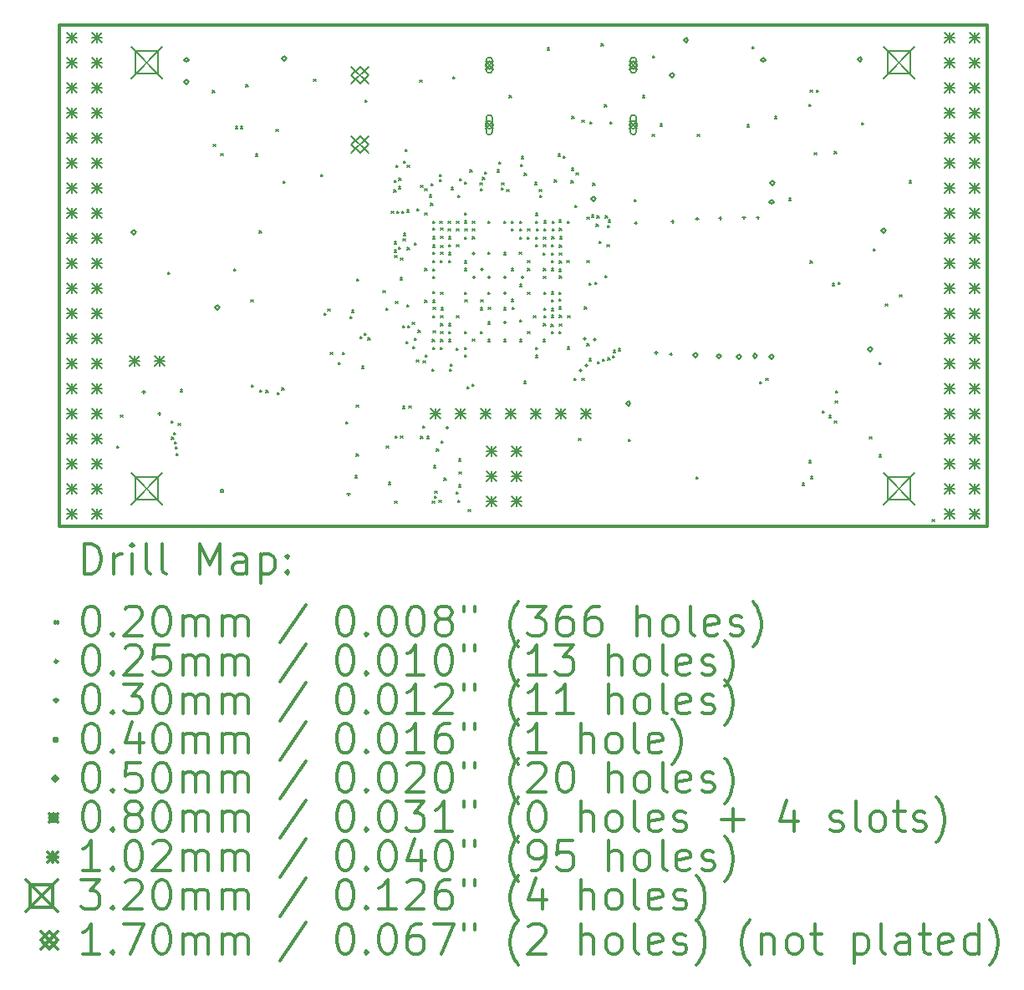
<source format=gbr>
%FSLAX45Y45*%
G04 Gerber Fmt 4.5, Leading zero omitted, Abs format (unit mm)*
G04 Created by KiCad (PCBNEW 4.0.7+dfsg1-1) date Wed Jan 24 10:32:25 2018*
%MOMM*%
%LPD*%
G01*
G04 APERTURE LIST*
%ADD10C,0.127000*%
%ADD11C,0.300000*%
%ADD12C,0.200000*%
G04 APERTURE END LIST*
D10*
D11*
X9410000Y-6142000D02*
X9410000Y-11222000D01*
X18808000Y-6142000D02*
X9410000Y-6142000D01*
X18808000Y-11222000D02*
X18808000Y-6142000D01*
X9410000Y-11222000D02*
X18808000Y-11222000D01*
D12*
X9998000Y-10410000D02*
X10018000Y-10430000D01*
X10018000Y-10410000D02*
X9998000Y-10430000D01*
X10035000Y-10094400D02*
X10055000Y-10114400D01*
X10055000Y-10094400D02*
X10035000Y-10114400D01*
X10514501Y-8649556D02*
X10534501Y-8669556D01*
X10534501Y-8649556D02*
X10514501Y-8669556D01*
X10547276Y-10156132D02*
X10567276Y-10176132D01*
X10567276Y-10156132D02*
X10547276Y-10176132D01*
X10552725Y-10321224D02*
X10572725Y-10341224D01*
X10572725Y-10321224D02*
X10552725Y-10341224D01*
X10571376Y-10271934D02*
X10591376Y-10291934D01*
X10591376Y-10271934D02*
X10571376Y-10291934D01*
X10579560Y-10366582D02*
X10599560Y-10386582D01*
X10599560Y-10366582D02*
X10579560Y-10386582D01*
X10589272Y-10418380D02*
X10609272Y-10438380D01*
X10609272Y-10418380D02*
X10589272Y-10438380D01*
X10598875Y-10487404D02*
X10618875Y-10507404D01*
X10618875Y-10487404D02*
X10598875Y-10507404D01*
X10617613Y-10179347D02*
X10637613Y-10199347D01*
X10637613Y-10179347D02*
X10617613Y-10199347D01*
X10637720Y-9838777D02*
X10657720Y-9858777D01*
X10657720Y-9838777D02*
X10637720Y-9858777D01*
X10966038Y-6807790D02*
X10986038Y-6827790D01*
X10986038Y-6807790D02*
X10966038Y-6827790D01*
X10974000Y-7352000D02*
X10994000Y-7372000D01*
X10994000Y-7352000D02*
X10974000Y-7372000D01*
X11049908Y-7448938D02*
X11069908Y-7468938D01*
X11069908Y-7448938D02*
X11049908Y-7468938D01*
X11179522Y-8615379D02*
X11199522Y-8635379D01*
X11199522Y-8615379D02*
X11179522Y-8635379D01*
X11197485Y-7171053D02*
X11217485Y-7191053D01*
X11217485Y-7171053D02*
X11197485Y-7191053D01*
X11251427Y-7170353D02*
X11271427Y-7190353D01*
X11271427Y-7170353D02*
X11251427Y-7190353D01*
X11305725Y-6746706D02*
X11325725Y-6766706D01*
X11325725Y-6746706D02*
X11305725Y-6766706D01*
X11355800Y-8926000D02*
X11375800Y-8946000D01*
X11375800Y-8926000D02*
X11355800Y-8946000D01*
X11360000Y-9792000D02*
X11380000Y-9812000D01*
X11380000Y-9792000D02*
X11360000Y-9812000D01*
X11400408Y-7451220D02*
X11420408Y-7471220D01*
X11420408Y-7451220D02*
X11400408Y-7471220D01*
X11441393Y-8230943D02*
X11461393Y-8250943D01*
X11461393Y-8230943D02*
X11441393Y-8250943D01*
X11446099Y-9843956D02*
X11466099Y-9863956D01*
X11466099Y-9843956D02*
X11446099Y-9863956D01*
X11509063Y-9847239D02*
X11529063Y-9867239D01*
X11529063Y-9847239D02*
X11509063Y-9867239D01*
X11609800Y-7198800D02*
X11629800Y-7218800D01*
X11629800Y-7198800D02*
X11609800Y-7218800D01*
X11622596Y-9869085D02*
X11642596Y-9889085D01*
X11642596Y-9869085D02*
X11622596Y-9889085D01*
X11670000Y-9822000D02*
X11690000Y-9842000D01*
X11690000Y-9822000D02*
X11670000Y-9842000D01*
X11681293Y-7725516D02*
X11701293Y-7745516D01*
X11701293Y-7725516D02*
X11681293Y-7745516D01*
X11990800Y-6690800D02*
X12010800Y-6710800D01*
X12010800Y-6690800D02*
X11990800Y-6710800D01*
X12063993Y-7659408D02*
X12083993Y-7679408D01*
X12083993Y-7659408D02*
X12063993Y-7679408D01*
X12098833Y-9065379D02*
X12118833Y-9085379D01*
X12118833Y-9065379D02*
X12098833Y-9085379D01*
X12133122Y-9021159D02*
X12153122Y-9041159D01*
X12153122Y-9021159D02*
X12133122Y-9041159D01*
X12158748Y-9461825D02*
X12178748Y-9481825D01*
X12178748Y-9461825D02*
X12158748Y-9481825D01*
X12242792Y-9562590D02*
X12262792Y-9582590D01*
X12262792Y-9562590D02*
X12242792Y-9582590D01*
X12283265Y-9462436D02*
X12303265Y-9482436D01*
X12303265Y-9462436D02*
X12283265Y-9482436D01*
X12317388Y-10161592D02*
X12337388Y-10181592D01*
X12337388Y-10161592D02*
X12317388Y-10181592D01*
X12361487Y-9095738D02*
X12381487Y-9115738D01*
X12381487Y-9095738D02*
X12361487Y-9115738D01*
X12374655Y-9035153D02*
X12394655Y-9055153D01*
X12394655Y-9035153D02*
X12374655Y-9055153D01*
X12410242Y-10710764D02*
X12430242Y-10730764D01*
X12430242Y-10710764D02*
X12410242Y-10730764D01*
X12422216Y-10490236D02*
X12442216Y-10510236D01*
X12442216Y-10490236D02*
X12422216Y-10510236D01*
X12422600Y-9992800D02*
X12442600Y-10012800D01*
X12442600Y-9992800D02*
X12422600Y-10012800D01*
X12426118Y-8717437D02*
X12446118Y-8737437D01*
X12446118Y-8717437D02*
X12426118Y-8737437D01*
X12426118Y-8717437D02*
X12446118Y-8737437D01*
X12446118Y-8717437D02*
X12426118Y-8737437D01*
X12458109Y-9299376D02*
X12478109Y-9319376D01*
X12478109Y-9299376D02*
X12458109Y-9319376D01*
X12474902Y-9600287D02*
X12494902Y-9620287D01*
X12494902Y-9600287D02*
X12474902Y-9620287D01*
X12501033Y-9268800D02*
X12521033Y-9288800D01*
X12521033Y-9268800D02*
X12501033Y-9288800D01*
X12509354Y-6905685D02*
X12529354Y-6925685D01*
X12529354Y-6905685D02*
X12509354Y-6925685D01*
X12542510Y-9313676D02*
X12562510Y-9333676D01*
X12562510Y-9313676D02*
X12542510Y-9333676D01*
X12694005Y-8832641D02*
X12714005Y-8852641D01*
X12714005Y-8832641D02*
X12694005Y-8852641D01*
X12720827Y-9012146D02*
X12740827Y-9032146D01*
X12740827Y-9012146D02*
X12720827Y-9032146D01*
X12728568Y-10410367D02*
X12748568Y-10430367D01*
X12748568Y-10410367D02*
X12728568Y-10430367D01*
X12748660Y-10777504D02*
X12768660Y-10797504D01*
X12768660Y-10777504D02*
X12748660Y-10797504D01*
X12778962Y-8030743D02*
X12798962Y-8050743D01*
X12798962Y-8030743D02*
X12778962Y-8050743D01*
X12802557Y-7813365D02*
X12822557Y-7833365D01*
X12822557Y-7813365D02*
X12802557Y-7833365D01*
X12805201Y-7715784D02*
X12825201Y-7735784D01*
X12825201Y-7715784D02*
X12805201Y-7735784D01*
X12806546Y-8340972D02*
X12826546Y-8360972D01*
X12826546Y-8340972D02*
X12806546Y-8360972D01*
X12808202Y-8425374D02*
X12828202Y-8445374D01*
X12828202Y-8425374D02*
X12808202Y-8445374D01*
X12810769Y-8478012D02*
X12830769Y-8498012D01*
X12830769Y-8478012D02*
X12810769Y-8498012D01*
X12811634Y-10966034D02*
X12831634Y-10986034D01*
X12831634Y-10966034D02*
X12811634Y-10986034D01*
X12818000Y-10310000D02*
X12838000Y-10330000D01*
X12838000Y-10310000D02*
X12818000Y-10330000D01*
X12821209Y-8945692D02*
X12841209Y-8965692D01*
X12841209Y-8945692D02*
X12821209Y-8965692D01*
X12823318Y-7566981D02*
X12843318Y-7586981D01*
X12843318Y-7566981D02*
X12823318Y-7586981D01*
X12831658Y-8029985D02*
X12851658Y-8049985D01*
X12851658Y-8029985D02*
X12831658Y-8049985D01*
X12849054Y-7779404D02*
X12869054Y-7799404D01*
X12869054Y-7779404D02*
X12849054Y-7799404D01*
X12852266Y-8396464D02*
X12872266Y-8416464D01*
X12872266Y-8396464D02*
X12852266Y-8416464D01*
X12854493Y-7695003D02*
X12874493Y-7715003D01*
X12874493Y-7695003D02*
X12854493Y-7715003D01*
X12867665Y-8702786D02*
X12887665Y-8722786D01*
X12887665Y-8702786D02*
X12867665Y-8722786D01*
X12870682Y-10308590D02*
X12890682Y-10328590D01*
X12890682Y-10308590D02*
X12870682Y-10328590D01*
X12872311Y-8505356D02*
X12892311Y-8525356D01*
X12892311Y-8505356D02*
X12872311Y-8525356D01*
X12884359Y-8029973D02*
X12904359Y-8049973D01*
X12904359Y-8029973D02*
X12884359Y-8049973D01*
X12890520Y-10007480D02*
X12910520Y-10027480D01*
X12910520Y-10007480D02*
X12890520Y-10027480D01*
X12892859Y-9188600D02*
X12912859Y-9208600D01*
X12912859Y-9188600D02*
X12892859Y-9208600D01*
X12895438Y-8307924D02*
X12915438Y-8327924D01*
X12915438Y-8307924D02*
X12895438Y-8327924D01*
X12900909Y-8255507D02*
X12920909Y-8275507D01*
X12920909Y-8255507D02*
X12900909Y-8275507D01*
X12902508Y-7521580D02*
X12922508Y-7541580D01*
X12922508Y-7521580D02*
X12902508Y-7541580D01*
X12915222Y-7404246D02*
X12935222Y-7424246D01*
X12935222Y-7404246D02*
X12915222Y-7424246D01*
X12927175Y-9350117D02*
X12947175Y-9370117D01*
X12947175Y-9350117D02*
X12927175Y-9370117D01*
X12934924Y-8977393D02*
X12954924Y-8997393D01*
X12954924Y-8977393D02*
X12934924Y-8997393D01*
X12935799Y-8018511D02*
X12955799Y-8038511D01*
X12955799Y-8018511D02*
X12935799Y-8038511D01*
X12938767Y-8397993D02*
X12958767Y-8417993D01*
X12958767Y-8397993D02*
X12938767Y-8417993D01*
X12939334Y-7563781D02*
X12959334Y-7583781D01*
X12959334Y-7563781D02*
X12939334Y-7583781D01*
X12945560Y-9188599D02*
X12965560Y-9208599D01*
X12965560Y-9188599D02*
X12945560Y-9208599D01*
X12956000Y-10005500D02*
X12976000Y-10025500D01*
X12976000Y-10005500D02*
X12956000Y-10025500D01*
X12988324Y-9156898D02*
X13008324Y-9176898D01*
X13008324Y-9156898D02*
X12988324Y-9176898D01*
X12995333Y-9401321D02*
X13015333Y-9421321D01*
X13015333Y-9401321D02*
X12995333Y-9421321D01*
X13010463Y-8349948D02*
X13030463Y-8369948D01*
X13030463Y-8349948D02*
X13010463Y-8369948D01*
X13011135Y-9318427D02*
X13031135Y-9338427D01*
X13031135Y-9318427D02*
X13011135Y-9338427D01*
X13032200Y-9535600D02*
X13052200Y-9555600D01*
X13052200Y-9535600D02*
X13032200Y-9555600D01*
X13038990Y-8006723D02*
X13058990Y-8026723D01*
X13058990Y-8006723D02*
X13038990Y-8026723D01*
X13048303Y-9237563D02*
X13068303Y-9257563D01*
X13068303Y-9237563D02*
X13048303Y-9257563D01*
X13066199Y-6701962D02*
X13086199Y-6721962D01*
X13086199Y-6701962D02*
X13066199Y-6721962D01*
X13073948Y-10310899D02*
X13093948Y-10330899D01*
X13093948Y-10310899D02*
X13073948Y-10330899D01*
X13075683Y-7768682D02*
X13095683Y-7788682D01*
X13095683Y-7768682D02*
X13075683Y-7788682D01*
X13093907Y-10208700D02*
X13113907Y-10228700D01*
X13113907Y-10208700D02*
X13093907Y-10228700D01*
X13098471Y-9546418D02*
X13118471Y-9566418D01*
X13118471Y-9546418D02*
X13098471Y-9566418D01*
X13115313Y-7803422D02*
X13135313Y-7823422D01*
X13135313Y-7803422D02*
X13115313Y-7823422D01*
X13117530Y-8049575D02*
X13137530Y-8069575D01*
X13137530Y-8049575D02*
X13117530Y-8069575D01*
X13117831Y-8611310D02*
X13137831Y-8631310D01*
X13137831Y-8611310D02*
X13117831Y-8631310D01*
X13117950Y-8930733D02*
X13137950Y-8950733D01*
X13137950Y-8930733D02*
X13117950Y-8950733D01*
X13121616Y-9485914D02*
X13141616Y-9505914D01*
X13141616Y-9485914D02*
X13121616Y-9505914D01*
X13135385Y-10310829D02*
X13155385Y-10330829D01*
X13155385Y-10310829D02*
X13135385Y-10330829D01*
X13160933Y-7864587D02*
X13180933Y-7884587D01*
X13180933Y-7864587D02*
X13160933Y-7884587D01*
X13174731Y-7948989D02*
X13194731Y-7968989D01*
X13194731Y-7948989D02*
X13174731Y-7968989D01*
X13182329Y-7748485D02*
X13202329Y-7768485D01*
X13202329Y-7748485D02*
X13182329Y-7768485D01*
X13188633Y-9630479D02*
X13208633Y-9650479D01*
X13208633Y-9630479D02*
X13188633Y-9650479D01*
X13192441Y-10966678D02*
X13212441Y-10986678D01*
X13212441Y-10966678D02*
X13192441Y-10986678D01*
X13193199Y-9330000D02*
X13213199Y-9350000D01*
X13213199Y-9330000D02*
X13193199Y-9350000D01*
X13196210Y-8443398D02*
X13216210Y-8463398D01*
X13216210Y-8443398D02*
X13196210Y-8463398D01*
X13197298Y-8527799D02*
X13217298Y-8547799D01*
X13217298Y-8527799D02*
X13197298Y-8547799D01*
X13197562Y-8931064D02*
X13217562Y-8951064D01*
X13217562Y-8931064D02*
X13197562Y-8951064D01*
X13197734Y-9090201D02*
X13217734Y-9110201D01*
X13217734Y-9090201D02*
X13197734Y-9110201D01*
X13197902Y-8288404D02*
X13217902Y-8308404D01*
X13217902Y-8288404D02*
X13197902Y-8308404D01*
X13198000Y-8130000D02*
X13218000Y-8150000D01*
X13218000Y-8130000D02*
X13198000Y-8150000D01*
X13198000Y-8690000D02*
X13218000Y-8710000D01*
X13218000Y-8690000D02*
X13198000Y-8710000D01*
X13198000Y-9410000D02*
X13218000Y-9430000D01*
X13218000Y-9410000D02*
X13198000Y-9430000D01*
X13198001Y-8200333D02*
X13218001Y-8220333D01*
X13218001Y-8200333D02*
X13198001Y-8220333D01*
X13198303Y-8616041D02*
X13218303Y-8636041D01*
X13218303Y-8616041D02*
X13198303Y-8636041D01*
X13198368Y-8372806D02*
X13218368Y-8392806D01*
X13218368Y-8372806D02*
X13198368Y-8392806D01*
X13198405Y-8845827D02*
X13218405Y-8865827D01*
X13218405Y-8845827D02*
X13198405Y-8865827D01*
X13200000Y-9005799D02*
X13220000Y-9025799D01*
X13220000Y-9005799D02*
X13200000Y-9025799D01*
X13201075Y-9242748D02*
X13221075Y-9262748D01*
X13221075Y-9242748D02*
X13201075Y-9262748D01*
X13206286Y-10608587D02*
X13226286Y-10628587D01*
X13226286Y-10608587D02*
X13206286Y-10628587D01*
X13211973Y-10917729D02*
X13231973Y-10937729D01*
X13231973Y-10917729D02*
X13211973Y-10937729D01*
X13218587Y-10865445D02*
X13238587Y-10885445D01*
X13238587Y-10865445D02*
X13218587Y-10885445D01*
X13236800Y-10440341D02*
X13256800Y-10460341D01*
X13256800Y-10440341D02*
X13236800Y-10460341D01*
X13260800Y-10958000D02*
X13280800Y-10978000D01*
X13280800Y-10958000D02*
X13260800Y-10978000D01*
X13263724Y-7657621D02*
X13283724Y-7677621D01*
X13283724Y-7657621D02*
X13263724Y-7677621D01*
X13266117Y-7710267D02*
X13286117Y-7730267D01*
X13286117Y-7710267D02*
X13266117Y-7730267D01*
X13268334Y-8130000D02*
X13288334Y-8150000D01*
X13288334Y-8130000D02*
X13268334Y-8150000D01*
X13273464Y-8527799D02*
X13293464Y-8547799D01*
X13293464Y-8527799D02*
X13273464Y-8547799D01*
X13274623Y-9409707D02*
X13294623Y-9429707D01*
X13294623Y-9409707D02*
X13274623Y-9429707D01*
X13276300Y-8202454D02*
X13296300Y-8222454D01*
X13296300Y-8202454D02*
X13276300Y-8222454D01*
X13277177Y-8443398D02*
X13297177Y-8463398D01*
X13297177Y-8443398D02*
X13277177Y-8463398D01*
X13277261Y-8286855D02*
X13297261Y-8306855D01*
X13297261Y-8286855D02*
X13277261Y-8306855D01*
X13278000Y-8850000D02*
X13298000Y-8870000D01*
X13298000Y-8850000D02*
X13278000Y-8870000D01*
X13278000Y-9090000D02*
X13298000Y-9110000D01*
X13298000Y-9090000D02*
X13278000Y-9110000D01*
X13278000Y-9170000D02*
X13298000Y-9190000D01*
X13298000Y-9170000D02*
X13278000Y-9190000D01*
X13278000Y-9250000D02*
X13298000Y-9270000D01*
X13298000Y-9250000D02*
X13278000Y-9270000D01*
X13278000Y-9330000D02*
X13298000Y-9350000D01*
X13298000Y-9330000D02*
X13278000Y-9350000D01*
X13278089Y-8379783D02*
X13298089Y-8399784D01*
X13298089Y-8379783D02*
X13278089Y-8399784D01*
X13280000Y-9008000D02*
X13300000Y-9028000D01*
X13300000Y-9008000D02*
X13280000Y-9028000D01*
X13283696Y-10361100D02*
X13303696Y-10381100D01*
X13303696Y-10361100D02*
X13283696Y-10381100D01*
X13311600Y-10736500D02*
X13331600Y-10756500D01*
X13331600Y-10736500D02*
X13311600Y-10756500D01*
X13352736Y-8131468D02*
X13372736Y-8151468D01*
X13372736Y-8131468D02*
X13352736Y-8151468D01*
X13354839Y-8209060D02*
X13374839Y-8229060D01*
X13374839Y-8209060D02*
X13354839Y-8229060D01*
X13357194Y-8449520D02*
X13377194Y-8469520D01*
X13377194Y-8449520D02*
X13357194Y-8469520D01*
X13358000Y-8290000D02*
X13378000Y-8310000D01*
X13378000Y-8290000D02*
X13358000Y-8310000D01*
X13358000Y-8370000D02*
X13378000Y-8390000D01*
X13378000Y-8370000D02*
X13358000Y-8390000D01*
X13358000Y-8530000D02*
X13378000Y-8550000D01*
X13378000Y-8530000D02*
X13358000Y-8550000D01*
X13358000Y-9170000D02*
X13378000Y-9190000D01*
X13378000Y-9170000D02*
X13358000Y-9190000D01*
X13358000Y-9250000D02*
X13378000Y-9270000D01*
X13378000Y-9250000D02*
X13358000Y-9270000D01*
X13358548Y-9330230D02*
X13378548Y-9350230D01*
X13378548Y-9330230D02*
X13358548Y-9350230D01*
X13366285Y-9629515D02*
X13386285Y-9649515D01*
X13386285Y-9629515D02*
X13366285Y-9649515D01*
X13375239Y-9577580D02*
X13395239Y-9597580D01*
X13395239Y-9577580D02*
X13375239Y-9597580D01*
X13384238Y-7788077D02*
X13404238Y-7808077D01*
X13404238Y-7788077D02*
X13384238Y-7808077D01*
X13397916Y-6668615D02*
X13417916Y-6688615D01*
X13417916Y-6668615D02*
X13397916Y-6688615D01*
X13435582Y-9416717D02*
X13455582Y-9436717D01*
X13455582Y-9416717D02*
X13435582Y-9436717D01*
X13436400Y-10874197D02*
X13456400Y-10894197D01*
X13456400Y-10874197D02*
X13436400Y-10894197D01*
X13437137Y-8130675D02*
X13457137Y-8150675D01*
X13457137Y-8130675D02*
X13437137Y-8150675D01*
X13437651Y-8208015D02*
X13457651Y-8228015D01*
X13457651Y-8208015D02*
X13437651Y-8228015D01*
X13438000Y-8370000D02*
X13458000Y-8390000D01*
X13458000Y-8370000D02*
X13438000Y-8390000D01*
X13438000Y-9090000D02*
X13458000Y-9110000D01*
X13458000Y-9090000D02*
X13438000Y-9110000D01*
X13451300Y-7871900D02*
X13471300Y-7891900D01*
X13471300Y-7871900D02*
X13451300Y-7891900D01*
X13453687Y-10961995D02*
X13473687Y-10981995D01*
X13473687Y-10961995D02*
X13453687Y-10981995D01*
X13457587Y-10803159D02*
X13477587Y-10823159D01*
X13477587Y-10803159D02*
X13457587Y-10823159D01*
X13460735Y-10540845D02*
X13480735Y-10560845D01*
X13480735Y-10540845D02*
X13460735Y-10560845D01*
X13465065Y-10671051D02*
X13485065Y-10691051D01*
X13485065Y-10671051D02*
X13465065Y-10691051D01*
X13465805Y-7703014D02*
X13485805Y-7723014D01*
X13485805Y-7703014D02*
X13465805Y-7723014D01*
X13517331Y-8851860D02*
X13537331Y-8871860D01*
X13537331Y-8851860D02*
X13517331Y-8871860D01*
X13518000Y-8292201D02*
X13538000Y-8312201D01*
X13538000Y-8292201D02*
X13518000Y-8312201D01*
X13518000Y-8534000D02*
X13538000Y-8554000D01*
X13538000Y-8534000D02*
X13518000Y-8554000D01*
X13518000Y-8610000D02*
X13538000Y-8630000D01*
X13538000Y-8610000D02*
X13518000Y-8630000D01*
X13518000Y-9250000D02*
X13538000Y-9270000D01*
X13538000Y-9250000D02*
X13518000Y-9270000D01*
X13518006Y-7736330D02*
X13538006Y-7756330D01*
X13538006Y-7736330D02*
X13518006Y-7756330D01*
X13518128Y-8048312D02*
X13538128Y-8068312D01*
X13538128Y-8048312D02*
X13518128Y-8068312D01*
X13518463Y-9488530D02*
X13538463Y-9508530D01*
X13538463Y-9488530D02*
X13518463Y-9508530D01*
X13518862Y-9412562D02*
X13538862Y-9432562D01*
X13538862Y-9412562D02*
X13518862Y-9432562D01*
X13521538Y-8129192D02*
X13541538Y-8149192D01*
X13541538Y-8129192D02*
X13521538Y-8149192D01*
X13522052Y-8209644D02*
X13542052Y-8229644D01*
X13542052Y-8209644D02*
X13522052Y-8229644D01*
X13524276Y-8928163D02*
X13544276Y-8948163D01*
X13544276Y-8928163D02*
X13524276Y-8948163D01*
X13541702Y-9806717D02*
X13561702Y-9826717D01*
X13561702Y-9806717D02*
X13541702Y-9826717D01*
X13555656Y-11051071D02*
X13575656Y-11071071D01*
X13575656Y-11051071D02*
X13555656Y-11071071D01*
X13573070Y-7610061D02*
X13593070Y-7630061D01*
X13593070Y-7610061D02*
X13573070Y-7630061D01*
X13592822Y-9782273D02*
X13612822Y-9802273D01*
X13612822Y-9782273D02*
X13592822Y-9802273D01*
X13598000Y-8210000D02*
X13618000Y-8230000D01*
X13618000Y-8210000D02*
X13598000Y-8230000D01*
X13598000Y-8290000D02*
X13618000Y-8310000D01*
X13618000Y-8290000D02*
X13598000Y-8310000D01*
X13599596Y-9326965D02*
X13619596Y-9346965D01*
X13619596Y-9326965D02*
X13599596Y-9346965D01*
X13599639Y-8129507D02*
X13619639Y-8149507D01*
X13619639Y-8129507D02*
X13599639Y-8149507D01*
X13675954Y-7745082D02*
X13695954Y-7765082D01*
X13695954Y-7745082D02*
X13675954Y-7765082D01*
X13678000Y-9250000D02*
X13698000Y-9270000D01*
X13698000Y-9250000D02*
X13678000Y-9270000D01*
X13678517Y-9009483D02*
X13698517Y-9029483D01*
X13698517Y-9009483D02*
X13678517Y-9029483D01*
X13682206Y-7799789D02*
X13702206Y-7819789D01*
X13702206Y-7799789D02*
X13682206Y-7819789D01*
X13684453Y-8927346D02*
X13704453Y-8947346D01*
X13704453Y-8927346D02*
X13684453Y-8947346D01*
X13700695Y-7687992D02*
X13720695Y-7707992D01*
X13720695Y-7687992D02*
X13700695Y-7707992D01*
X13720873Y-7631502D02*
X13740873Y-7651502D01*
X13740873Y-7631502D02*
X13720873Y-7651502D01*
X13755905Y-9153803D02*
X13775905Y-9173803D01*
X13775905Y-9153803D02*
X13755905Y-9173803D01*
X13758000Y-8130000D02*
X13778000Y-8150000D01*
X13778000Y-8130000D02*
X13758000Y-8150000D01*
X13758000Y-8850000D02*
X13778000Y-8870000D01*
X13778000Y-8850000D02*
X13758000Y-8870000D01*
X13758000Y-9330000D02*
X13778000Y-9350000D01*
X13778000Y-9330000D02*
X13758000Y-9350000D01*
X13758056Y-8443409D02*
X13778056Y-8463409D01*
X13778056Y-8443409D02*
X13758056Y-8463409D01*
X13758900Y-9002299D02*
X13778900Y-9022299D01*
X13778900Y-9002299D02*
X13758900Y-9022299D01*
X13848000Y-7610000D02*
X13868000Y-7630000D01*
X13868000Y-7610000D02*
X13848000Y-7630000D01*
X13867920Y-7530076D02*
X13887920Y-7550076D01*
X13887920Y-7530076D02*
X13867920Y-7550076D01*
X13893411Y-7794095D02*
X13913411Y-7814095D01*
X13913411Y-7794095D02*
X13893411Y-7814095D01*
X13894675Y-7741409D02*
X13914675Y-7761409D01*
X13914675Y-7741409D02*
X13894675Y-7761409D01*
X13917252Y-8451135D02*
X13937252Y-8471135D01*
X13937252Y-8451135D02*
X13917252Y-8471135D01*
X13918000Y-8130000D02*
X13938000Y-8150000D01*
X13938000Y-8130000D02*
X13918000Y-8150000D01*
X13918000Y-9330000D02*
X13938000Y-9350000D01*
X13938000Y-9330000D02*
X13918000Y-9350000D01*
X13918580Y-9007769D02*
X13938580Y-9027769D01*
X13938580Y-9007769D02*
X13918580Y-9027769D01*
X13947862Y-7810586D02*
X13967862Y-7830586D01*
X13967862Y-7810586D02*
X13947862Y-7830586D01*
X13972000Y-6856567D02*
X13992000Y-6876567D01*
X13992000Y-6856567D02*
X13972000Y-6876567D01*
X13991460Y-8609297D02*
X14011460Y-8629297D01*
X14011460Y-8609297D02*
X13991460Y-8629297D01*
X13993095Y-8210000D02*
X14013095Y-8230000D01*
X14013095Y-8210000D02*
X13993095Y-8230000D01*
X13993599Y-8130000D02*
X14013599Y-8150000D01*
X14013599Y-8130000D02*
X13993599Y-8150000D01*
X13993894Y-8925097D02*
X14013894Y-8945097D01*
X14013894Y-8925097D02*
X13993894Y-8945097D01*
X13999489Y-9002299D02*
X14019489Y-9022299D01*
X14019489Y-9002299D02*
X13999489Y-9022299D01*
X14073600Y-8443400D02*
X14093600Y-8463400D01*
X14093600Y-8443400D02*
X14073600Y-8463400D01*
X14076403Y-8294140D02*
X14096403Y-8314140D01*
X14096403Y-8294140D02*
X14076403Y-8314140D01*
X14077419Y-9133335D02*
X14097419Y-9153335D01*
X14097419Y-9133335D02*
X14077419Y-9153335D01*
X14077497Y-8207716D02*
X14097497Y-8227716D01*
X14097497Y-8207716D02*
X14077497Y-8227716D01*
X14078000Y-8130000D02*
X14098000Y-8150000D01*
X14098000Y-8130000D02*
X14078000Y-8150000D01*
X14078000Y-9330000D02*
X14098000Y-9350000D01*
X14098000Y-9330000D02*
X14078000Y-9350000D01*
X14079623Y-8771623D02*
X14099623Y-8791623D01*
X14099623Y-8771623D02*
X14079623Y-8791623D01*
X14088006Y-7558194D02*
X14108006Y-7578194D01*
X14108006Y-7558194D02*
X14088006Y-7578194D01*
X14094664Y-7477380D02*
X14114664Y-7497380D01*
X14114664Y-7477380D02*
X14094664Y-7497380D01*
X14118066Y-9754201D02*
X14138066Y-9774201D01*
X14138066Y-9754201D02*
X14118066Y-9774201D01*
X14124297Y-7645500D02*
X14144297Y-7665500D01*
X14144297Y-7645500D02*
X14124297Y-7665500D01*
X14156000Y-8292000D02*
X14176000Y-8312000D01*
X14176000Y-8292000D02*
X14156000Y-8312000D01*
X14158000Y-8530000D02*
X14178000Y-8550000D01*
X14178000Y-8530000D02*
X14158000Y-8550000D01*
X14158000Y-8610000D02*
X14178000Y-8630000D01*
X14178000Y-8610000D02*
X14158000Y-8630000D01*
X14158000Y-8850000D02*
X14178000Y-8870000D01*
X14178000Y-8850000D02*
X14158000Y-8870000D01*
X14158000Y-9250000D02*
X14178000Y-9270000D01*
X14178000Y-9250000D02*
X14158000Y-9270000D01*
X14159655Y-8209997D02*
X14179655Y-8229997D01*
X14179655Y-8209997D02*
X14159655Y-8229997D01*
X14217799Y-9090000D02*
X14237799Y-9110000D01*
X14237799Y-9090000D02*
X14217799Y-9110000D01*
X14227745Y-7739745D02*
X14247745Y-7759745D01*
X14247745Y-7739745D02*
X14227745Y-7759745D01*
X14236000Y-8052000D02*
X14256000Y-8072000D01*
X14256000Y-8052000D02*
X14236000Y-8072000D01*
X14236000Y-8132000D02*
X14256000Y-8152000D01*
X14256000Y-8132000D02*
X14236000Y-8152000D01*
X14236000Y-8292000D02*
X14256000Y-8312000D01*
X14256000Y-8292000D02*
X14236000Y-8312000D01*
X14238000Y-8370000D02*
X14258000Y-8390000D01*
X14258000Y-8370000D02*
X14238000Y-8390000D01*
X14238000Y-9410000D02*
X14258000Y-9430000D01*
X14258000Y-9410000D02*
X14238000Y-9430000D01*
X14238000Y-9490000D02*
X14258000Y-9510000D01*
X14258000Y-9490000D02*
X14238000Y-9510000D01*
X14246475Y-8210932D02*
X14266475Y-8230932D01*
X14266475Y-8210932D02*
X14246475Y-8230932D01*
X14276427Y-7811737D02*
X14296427Y-7831737D01*
X14296427Y-7811737D02*
X14276427Y-7831737D01*
X14278811Y-7869035D02*
X14298811Y-7889035D01*
X14298811Y-7869035D02*
X14278811Y-7889035D01*
X14316000Y-8452000D02*
X14336000Y-8472000D01*
X14336000Y-8452000D02*
X14316000Y-8472000D01*
X14316969Y-9331491D02*
X14336969Y-9351491D01*
X14336969Y-9331491D02*
X14316969Y-9351491D01*
X14318000Y-8370000D02*
X14338000Y-8390000D01*
X14338000Y-8370000D02*
X14318000Y-8390000D01*
X14318000Y-8690000D02*
X14338000Y-8710000D01*
X14338000Y-8690000D02*
X14318000Y-8710000D01*
X14318000Y-9170000D02*
X14338000Y-9190000D01*
X14338000Y-9170000D02*
X14318000Y-9190000D01*
X14318740Y-8294201D02*
X14338740Y-8314201D01*
X14338740Y-8294201D02*
X14318740Y-8314201D01*
X14320000Y-8612000D02*
X14340000Y-8632000D01*
X14340000Y-8612000D02*
X14320000Y-8632000D01*
X14322201Y-8849503D02*
X14342201Y-8869503D01*
X14342201Y-8849503D02*
X14322201Y-8869503D01*
X14322201Y-9010195D02*
X14342201Y-9030195D01*
X14342201Y-9010195D02*
X14322201Y-9030195D01*
X14322201Y-9090066D02*
X14342201Y-9110066D01*
X14342201Y-9090066D02*
X14322201Y-9110066D01*
X14323103Y-8127729D02*
X14343103Y-8147729D01*
X14343103Y-8127729D02*
X14323103Y-8147729D01*
X14323265Y-8209799D02*
X14343265Y-8229799D01*
X14343265Y-8209799D02*
X14323265Y-8229799D01*
X14355067Y-6376252D02*
X14375067Y-6396252D01*
X14375067Y-6376252D02*
X14355067Y-6396252D01*
X14396483Y-9177765D02*
X14416483Y-9197765D01*
X14416483Y-9177765D02*
X14396483Y-9197765D01*
X14397624Y-8929530D02*
X14417624Y-8949530D01*
X14417624Y-8929530D02*
X14397624Y-8949530D01*
X14397701Y-9016697D02*
X14417701Y-9036697D01*
X14417701Y-9016697D02*
X14397701Y-9036697D01*
X14398000Y-8610000D02*
X14418000Y-8630000D01*
X14418000Y-8610000D02*
X14398000Y-8630000D01*
X14398000Y-9085650D02*
X14418000Y-9105650D01*
X14418000Y-9085650D02*
X14398000Y-9105650D01*
X14398283Y-8848451D02*
X14418283Y-8868451D01*
X14418283Y-8848451D02*
X14398283Y-8868451D01*
X14400201Y-8529722D02*
X14420201Y-8549722D01*
X14420201Y-8529722D02*
X14400201Y-8549722D01*
X14400319Y-8367799D02*
X14420319Y-8387799D01*
X14420319Y-8367799D02*
X14400319Y-8387799D01*
X14400350Y-8456040D02*
X14420350Y-8476040D01*
X14420350Y-8456040D02*
X14400350Y-8476040D01*
X14401325Y-9248876D02*
X14421325Y-9268876D01*
X14421325Y-9248876D02*
X14401325Y-9268876D01*
X14403141Y-8290000D02*
X14423141Y-8310000D01*
X14423141Y-8290000D02*
X14403141Y-8310000D01*
X14407504Y-8129877D02*
X14427504Y-8149877D01*
X14427504Y-8129877D02*
X14407504Y-8149877D01*
X14407666Y-8210000D02*
X14427666Y-8230000D01*
X14427666Y-8210000D02*
X14407666Y-8230000D01*
X14429487Y-7711993D02*
X14449487Y-7731993D01*
X14449487Y-7711993D02*
X14429487Y-7731993D01*
X14468000Y-7449038D02*
X14488000Y-7469038D01*
X14488000Y-7449038D02*
X14468000Y-7469038D01*
X14475581Y-8916848D02*
X14495581Y-8936848D01*
X14495581Y-8916848D02*
X14475581Y-8936848D01*
X14476724Y-9001248D02*
X14496724Y-9021248D01*
X14496724Y-9001248D02*
X14476724Y-9021248D01*
X14477515Y-8619275D02*
X14497515Y-8639275D01*
X14497515Y-8619275D02*
X14477515Y-8639275D01*
X14477765Y-8852201D02*
X14497765Y-8872201D01*
X14497765Y-8852201D02*
X14477765Y-8872201D01*
X14478001Y-8120333D02*
X14498001Y-8140333D01*
X14498001Y-8120333D02*
X14478001Y-8140333D01*
X14478235Y-9247799D02*
X14498235Y-9267799D01*
X14498235Y-9247799D02*
X14478235Y-9267799D01*
X14478812Y-8204734D02*
X14498812Y-8224734D01*
X14498812Y-8204734D02*
X14478812Y-8224734D01*
X14478935Y-8534874D02*
X14498935Y-8554874D01*
X14498935Y-8534874D02*
X14478935Y-8554874D01*
X14479432Y-8687756D02*
X14499432Y-8707756D01*
X14499432Y-8687756D02*
X14479432Y-8707756D01*
X14479670Y-8373537D02*
X14499670Y-8393537D01*
X14499670Y-8373537D02*
X14479670Y-8393537D01*
X14480000Y-9172000D02*
X14500000Y-9192000D01*
X14500000Y-9172000D02*
X14480000Y-9192000D01*
X14480294Y-9085650D02*
X14500294Y-9105650D01*
X14500294Y-9085650D02*
X14480294Y-9105650D01*
X14481241Y-8453582D02*
X14501241Y-8473582D01*
X14501241Y-8453582D02*
X14481241Y-8473582D01*
X14481689Y-8289136D02*
X14501689Y-8309136D01*
X14501689Y-8289136D02*
X14481689Y-8309136D01*
X14515569Y-7471722D02*
X14535569Y-7491722D01*
X14535569Y-7471722D02*
X14515569Y-7491722D01*
X14557281Y-8529606D02*
X14577281Y-8549606D01*
X14577281Y-8529606D02*
X14557281Y-8549606D01*
X14558000Y-8130512D02*
X14578000Y-8150512D01*
X14578000Y-8130512D02*
X14558000Y-8150512D01*
X14559124Y-9406675D02*
X14579124Y-9426675D01*
X14579124Y-9406675D02*
X14559124Y-9426675D01*
X14565987Y-9091018D02*
X14585987Y-9111018D01*
X14585987Y-9091018D02*
X14565987Y-9111018D01*
X14598908Y-7720057D02*
X14618908Y-7740057D01*
X14618908Y-7720057D02*
X14598908Y-7740057D01*
X14603080Y-7596013D02*
X14623080Y-7616013D01*
X14623080Y-7596013D02*
X14603080Y-7616013D01*
X14608000Y-7070000D02*
X14628000Y-7090000D01*
X14628000Y-7070000D02*
X14608000Y-7090000D01*
X14629479Y-9723392D02*
X14649479Y-9743392D01*
X14649479Y-9723392D02*
X14629479Y-9743392D01*
X14638141Y-7971938D02*
X14658141Y-7991938D01*
X14658141Y-7971938D02*
X14638141Y-7991938D01*
X14647773Y-7640082D02*
X14667773Y-7660082D01*
X14667773Y-7640082D02*
X14647773Y-7660082D01*
X14674429Y-10335274D02*
X14694429Y-10355274D01*
X14694429Y-10335274D02*
X14674429Y-10355274D01*
X14707598Y-9723392D02*
X14727598Y-9743392D01*
X14727598Y-9723392D02*
X14707598Y-9743392D01*
X14708600Y-7110000D02*
X14728600Y-7130000D01*
X14728600Y-7110000D02*
X14708600Y-7130000D01*
X14733095Y-9001248D02*
X14753095Y-9021248D01*
X14753095Y-9001248D02*
X14733095Y-9021248D01*
X14758739Y-8527409D02*
X14778739Y-8547409D01*
X14778739Y-8527409D02*
X14758739Y-8547409D01*
X14758831Y-8088311D02*
X14778831Y-8108311D01*
X14778831Y-8088311D02*
X14758831Y-8108311D01*
X14760000Y-9372000D02*
X14780000Y-9392000D01*
X14780000Y-9372000D02*
X14760000Y-9392000D01*
X14781079Y-8758342D02*
X14801079Y-8778342D01*
X14801079Y-8758342D02*
X14781079Y-8778342D01*
X14782886Y-9523902D02*
X14802886Y-9543902D01*
X14802886Y-9523902D02*
X14782886Y-9543902D01*
X14788315Y-7124708D02*
X14808315Y-7144708D01*
X14808315Y-7124708D02*
X14788315Y-7144708D01*
X14807525Y-8068155D02*
X14827525Y-8088155D01*
X14827525Y-8068155D02*
X14807525Y-8088155D01*
X14817193Y-7745807D02*
X14837193Y-7765807D01*
X14837193Y-7745807D02*
X14817193Y-7765807D01*
X14838354Y-8750817D02*
X14858354Y-8770817D01*
X14858354Y-8750817D02*
X14838354Y-8770817D01*
X14851066Y-8160586D02*
X14871066Y-8180586D01*
X14871066Y-8160586D02*
X14851066Y-8180586D01*
X14859611Y-8076185D02*
X14879611Y-8096185D01*
X14879611Y-8076185D02*
X14859611Y-8096185D01*
X14864798Y-9556963D02*
X14884798Y-9576963D01*
X14884798Y-9556963D02*
X14864798Y-9576963D01*
X14882151Y-8334201D02*
X14902151Y-8354201D01*
X14902151Y-8334201D02*
X14882151Y-8354201D01*
X14903412Y-6332405D02*
X14923412Y-6352405D01*
X14923412Y-6332405D02*
X14903412Y-6352405D01*
X14918439Y-9527799D02*
X14938439Y-9547799D01*
X14938439Y-9527799D02*
X14918439Y-9547799D01*
X14937595Y-6951968D02*
X14957595Y-6971968D01*
X14957595Y-6951968D02*
X14937595Y-6971968D01*
X14943392Y-8680994D02*
X14963392Y-8700994D01*
X14963392Y-8680994D02*
X14943392Y-8700994D01*
X14944975Y-8076843D02*
X14964975Y-8096843D01*
X14964975Y-8076843D02*
X14944975Y-8096843D01*
X14963249Y-8370769D02*
X14983249Y-8390769D01*
X14983249Y-8370769D02*
X14963249Y-8390769D01*
X14967169Y-8172566D02*
X14987169Y-8192566D01*
X14987169Y-8172566D02*
X14967169Y-8192566D01*
X14969589Y-9515108D02*
X14989589Y-9535108D01*
X14989589Y-9515108D02*
X14969589Y-9535108D01*
X14974647Y-8120398D02*
X14994647Y-8140398D01*
X14994647Y-8120398D02*
X14974647Y-8140398D01*
X14993085Y-7123185D02*
X15013085Y-7143185D01*
X15013085Y-7123185D02*
X14993085Y-7143185D01*
X15017890Y-9494025D02*
X15037890Y-9514025D01*
X15037890Y-9494025D02*
X15017890Y-9514025D01*
X15024597Y-9441753D02*
X15044597Y-9461753D01*
X15044597Y-9441753D02*
X15024597Y-9461753D01*
X15078921Y-9423257D02*
X15098921Y-9443257D01*
X15098921Y-9423257D02*
X15078921Y-9443257D01*
X15179638Y-10341072D02*
X15199638Y-10361072D01*
X15199638Y-10341072D02*
X15179638Y-10361072D01*
X15239707Y-7909347D02*
X15259707Y-7929347D01*
X15259707Y-7909347D02*
X15239707Y-7929347D01*
X15319711Y-6856567D02*
X15339711Y-6876567D01*
X15339711Y-6856567D02*
X15319711Y-6876567D01*
X15419800Y-7249600D02*
X15439800Y-7269600D01*
X15439800Y-7249600D02*
X15419800Y-7269600D01*
X15422933Y-6454377D02*
X15442933Y-6474377D01*
X15442933Y-6454377D02*
X15422933Y-6474377D01*
X15501528Y-7146346D02*
X15521528Y-7166346D01*
X15521528Y-7146346D02*
X15501528Y-7166346D01*
X15861665Y-10722518D02*
X15881665Y-10742518D01*
X15881665Y-10722518D02*
X15861665Y-10742518D01*
X15877000Y-7249600D02*
X15897000Y-7269600D01*
X15897000Y-7249600D02*
X15877000Y-7269600D01*
X16380885Y-7155186D02*
X16400885Y-7175186D01*
X16400885Y-7155186D02*
X16380885Y-7175186D01*
X16433388Y-6363745D02*
X16453388Y-6383745D01*
X16453388Y-6363745D02*
X16433388Y-6383745D01*
X16507059Y-9756632D02*
X16527059Y-9776632D01*
X16527059Y-9756632D02*
X16507059Y-9776632D01*
X16570337Y-9724488D02*
X16590337Y-9744488D01*
X16590337Y-9724488D02*
X16570337Y-9744488D01*
X16657891Y-7070355D02*
X16677891Y-7090355D01*
X16677891Y-7070355D02*
X16657891Y-7090355D01*
X16806644Y-7900804D02*
X16826644Y-7920804D01*
X16826644Y-7900804D02*
X16806644Y-7920804D01*
X16940659Y-10785373D02*
X16960659Y-10805373D01*
X16960659Y-10785373D02*
X16940659Y-10805373D01*
X17005773Y-10556635D02*
X17025773Y-10576635D01*
X17025773Y-10556635D02*
X17005773Y-10576635D01*
X17008296Y-6947101D02*
X17028296Y-6967101D01*
X17028296Y-6947101D02*
X17008296Y-6967101D01*
X17020000Y-6805100D02*
X17040000Y-6825100D01*
X17040000Y-6805100D02*
X17020000Y-6825100D01*
X17020954Y-8534153D02*
X17040954Y-8554153D01*
X17040954Y-8534153D02*
X17020954Y-8554153D01*
X17026290Y-10718620D02*
X17046290Y-10738620D01*
X17046290Y-10718620D02*
X17026290Y-10738620D01*
X17063590Y-7436498D02*
X17083590Y-7456498D01*
X17083590Y-7436498D02*
X17063590Y-7456498D01*
X17085000Y-6802556D02*
X17105000Y-6822556D01*
X17105000Y-6802556D02*
X17085000Y-6822556D01*
X17144030Y-10054574D02*
X17164030Y-10074574D01*
X17164030Y-10054574D02*
X17144030Y-10074574D01*
X17209336Y-10100566D02*
X17229336Y-10120566D01*
X17229336Y-10100566D02*
X17209336Y-10120566D01*
X17246454Y-8762201D02*
X17266454Y-8782201D01*
X17266454Y-8762201D02*
X17246454Y-8782201D01*
X17264664Y-7424799D02*
X17284664Y-7444799D01*
X17284664Y-7424799D02*
X17264664Y-7444799D01*
X17266127Y-10155168D02*
X17286127Y-10175168D01*
X17286127Y-10155168D02*
X17266127Y-10175168D01*
X17273463Y-9949992D02*
X17293463Y-9969992D01*
X17293463Y-9949992D02*
X17273463Y-9969992D01*
X17277992Y-9851865D02*
X17297992Y-9871865D01*
X17297992Y-9851865D02*
X17277992Y-9871865D01*
X17303795Y-8749428D02*
X17323795Y-8769428D01*
X17323795Y-8749428D02*
X17303795Y-8769428D01*
X17539563Y-7135743D02*
X17559563Y-7155743D01*
X17559563Y-7135743D02*
X17539563Y-7155743D01*
X17620559Y-10317981D02*
X17640559Y-10337981D01*
X17640559Y-10317981D02*
X17620559Y-10337981D01*
X17660000Y-8412000D02*
X17680000Y-8432000D01*
X17680000Y-8412000D02*
X17660000Y-8432000D01*
X17717400Y-10497912D02*
X17737400Y-10517912D01*
X17737400Y-10497912D02*
X17717400Y-10517912D01*
X17718500Y-9561000D02*
X17738500Y-9581000D01*
X17738500Y-9561000D02*
X17718500Y-9581000D01*
X17782698Y-8971206D02*
X17802698Y-8991206D01*
X17802698Y-8971206D02*
X17782698Y-8991206D01*
X17925151Y-8876833D02*
X17945151Y-8896833D01*
X17945151Y-8876833D02*
X17925151Y-8896833D01*
X18024078Y-7721693D02*
X18044078Y-7741693D01*
X18044078Y-7721693D02*
X18024078Y-7741693D01*
X18257515Y-11153763D02*
X18277515Y-11173763D01*
X18277515Y-11153763D02*
X18257515Y-11173763D01*
X13357629Y-10223262D02*
G75*
G03X13357629Y-10223262I-12700J0D01*
G01*
X13620700Y-8460000D02*
G75*
G03X13620700Y-8460000I-12700J0D01*
G01*
X13623799Y-8699540D02*
G75*
G03X13623799Y-8699540I-12700J0D01*
G01*
X13706511Y-8619631D02*
G75*
G03X13706511Y-8619631I-12700J0D01*
G01*
X13780700Y-8700000D02*
G75*
G03X13780700Y-8700000I-12700J0D01*
G01*
X13939164Y-9161521D02*
G75*
G03X13939164Y-9161521I-12700J0D01*
G01*
X13940700Y-8700000D02*
G75*
G03X13940700Y-8700000I-12700J0D01*
G01*
X13940700Y-8860000D02*
G75*
G03X13940700Y-8860000I-12700J0D01*
G01*
X14116986Y-8699500D02*
G75*
G03X14116986Y-8699500I-12700J0D01*
G01*
X14706928Y-9645206D02*
G75*
G03X14706928Y-9645206I-12700J0D01*
G01*
X14747089Y-9321713D02*
G75*
G03X14747089Y-9321713I-12700J0D01*
G01*
X14766147Y-9591326D02*
G75*
G03X14766147Y-9591326I-12700J0D01*
G01*
X14847601Y-9332231D02*
G75*
G03X14847601Y-9332231I-12700J0D01*
G01*
X10271005Y-9844495D02*
X10271005Y-9874495D01*
X10256005Y-9859495D02*
X10286005Y-9859495D01*
X10426000Y-10064000D02*
X10426000Y-10094000D01*
X10411000Y-10079000D02*
X10441000Y-10079000D01*
X12343700Y-10882200D02*
X12343700Y-10912200D01*
X12328700Y-10897200D02*
X12358700Y-10897200D01*
X15252594Y-8131387D02*
X15252594Y-8161387D01*
X15237594Y-8146387D02*
X15267594Y-8146387D01*
X15459390Y-9445795D02*
X15459390Y-9475795D01*
X15444390Y-9460795D02*
X15474390Y-9460795D01*
X15608824Y-9461298D02*
X15608824Y-9491298D01*
X15593824Y-9476298D02*
X15623824Y-9476298D01*
X15626277Y-8119937D02*
X15626277Y-8149937D01*
X15611277Y-8134937D02*
X15641277Y-8134937D01*
X15873113Y-8089893D02*
X15873113Y-8119893D01*
X15858113Y-8104893D02*
X15888113Y-8104893D01*
X16107576Y-8084202D02*
X16107576Y-8114202D01*
X16092576Y-8099202D02*
X16122576Y-8099202D01*
X16346298Y-8079243D02*
X16346298Y-8109243D01*
X16331298Y-8094243D02*
X16361298Y-8094243D01*
X16488287Y-8078899D02*
X16488287Y-8108899D01*
X16473287Y-8093899D02*
X16503287Y-8093899D01*
X11073534Y-10877788D02*
X11073534Y-10849504D01*
X11045249Y-10849504D01*
X11045249Y-10877788D01*
X11073534Y-10877788D01*
X10170789Y-8267318D02*
X10195789Y-8242318D01*
X10170789Y-8217318D01*
X10145789Y-8242318D01*
X10170789Y-8267318D01*
X10697481Y-6520397D02*
X10722481Y-6495397D01*
X10697481Y-6470397D01*
X10672481Y-6495397D01*
X10697481Y-6520397D01*
X10702149Y-6747812D02*
X10727149Y-6722812D01*
X10702149Y-6697812D01*
X10677149Y-6722812D01*
X10702149Y-6747812D01*
X11012889Y-9027815D02*
X11037889Y-9002815D01*
X11012889Y-8977815D01*
X10987889Y-9002815D01*
X11012889Y-9027815D01*
X11688050Y-6505294D02*
X11713050Y-6480294D01*
X11688050Y-6455294D01*
X11663050Y-6480294D01*
X11688050Y-6505294D01*
X14823746Y-7926909D02*
X14848746Y-7901909D01*
X14823746Y-7876909D01*
X14798746Y-7901909D01*
X14823746Y-7926909D01*
X15175800Y-10002400D02*
X15200800Y-9977400D01*
X15175800Y-9952400D01*
X15150800Y-9977400D01*
X15175800Y-10002400D01*
X15623558Y-6679836D02*
X15648558Y-6654836D01*
X15623558Y-6629836D01*
X15598558Y-6654836D01*
X15623558Y-6679836D01*
X15760000Y-6319400D02*
X15785000Y-6294400D01*
X15760000Y-6269400D01*
X15735000Y-6294400D01*
X15760000Y-6319400D01*
X15853999Y-9511877D02*
X15878999Y-9486877D01*
X15853999Y-9461877D01*
X15828999Y-9486877D01*
X15853999Y-9511877D01*
X16090540Y-9525644D02*
X16115540Y-9500644D01*
X16090540Y-9475644D01*
X16065540Y-9500644D01*
X16090540Y-9525644D01*
X16295610Y-9532849D02*
X16320610Y-9507849D01*
X16295610Y-9482849D01*
X16270610Y-9507849D01*
X16295610Y-9532849D01*
X16462573Y-9523247D02*
X16487573Y-9498247D01*
X16462573Y-9473247D01*
X16437573Y-9498247D01*
X16462573Y-9523247D01*
X16541725Y-6520467D02*
X16566725Y-6495467D01*
X16541725Y-6470467D01*
X16516725Y-6495467D01*
X16541725Y-6520467D01*
X16624896Y-7959841D02*
X16649896Y-7934841D01*
X16624896Y-7909841D01*
X16599896Y-7934841D01*
X16624896Y-7959841D01*
X16628469Y-9527515D02*
X16653469Y-9502515D01*
X16628469Y-9477515D01*
X16603469Y-9502515D01*
X16628469Y-9527515D01*
X16634336Y-7772799D02*
X16659336Y-7747799D01*
X16634336Y-7722799D01*
X16609336Y-7747799D01*
X16634336Y-7772799D01*
X17521033Y-6519894D02*
X17546033Y-6494894D01*
X17521033Y-6469894D01*
X17496033Y-6494894D01*
X17521033Y-6519894D01*
X17625494Y-9453846D02*
X17650494Y-9428846D01*
X17625494Y-9403846D01*
X17600494Y-9428846D01*
X17625494Y-9453846D01*
X17765844Y-8253135D02*
X17790844Y-8228135D01*
X17765844Y-8203135D01*
X17740844Y-8228135D01*
X17765844Y-8253135D01*
X13728000Y-6510000D02*
X13808000Y-6590000D01*
X13808000Y-6510000D02*
X13728000Y-6590000D01*
X13808000Y-6550000D02*
G75*
G03X13808000Y-6550000I-40000J0D01*
G01*
X13738000Y-6500000D02*
X13738000Y-6600000D01*
X13798000Y-6500000D02*
X13798000Y-6600000D01*
X13738000Y-6600000D02*
G75*
G03X13798000Y-6600000I30000J0D01*
G01*
X13798000Y-6500000D02*
G75*
G03X13738000Y-6500000I-30000J0D01*
G01*
X13728000Y-7115000D02*
X13808000Y-7195000D01*
X13808000Y-7115000D02*
X13728000Y-7195000D01*
X13808000Y-7155000D02*
G75*
G03X13808000Y-7155000I-40000J0D01*
G01*
X13738000Y-7085000D02*
X13738000Y-7225000D01*
X13798000Y-7085000D02*
X13798000Y-7225000D01*
X13738000Y-7225000D02*
G75*
G03X13798000Y-7225000I30000J0D01*
G01*
X13798000Y-7085000D02*
G75*
G03X13738000Y-7085000I-30000J0D01*
G01*
X15188000Y-6510000D02*
X15268000Y-6590000D01*
X15268000Y-6510000D02*
X15188000Y-6590000D01*
X15268000Y-6550000D02*
G75*
G03X15268000Y-6550000I-40000J0D01*
G01*
X15198000Y-6500000D02*
X15198000Y-6600000D01*
X15258000Y-6500000D02*
X15258000Y-6600000D01*
X15198000Y-6600000D02*
G75*
G03X15258000Y-6600000I30000J0D01*
G01*
X15258000Y-6500000D02*
G75*
G03X15198000Y-6500000I-30000J0D01*
G01*
X15188000Y-7115000D02*
X15268000Y-7195000D01*
X15268000Y-7115000D02*
X15188000Y-7195000D01*
X15268000Y-7155000D02*
G75*
G03X15268000Y-7155000I-40000J0D01*
G01*
X15198000Y-7085000D02*
X15198000Y-7225000D01*
X15258000Y-7085000D02*
X15258000Y-7225000D01*
X15198000Y-7225000D02*
G75*
G03X15258000Y-7225000I30000J0D01*
G01*
X15258000Y-7085000D02*
G75*
G03X15198000Y-7085000I-30000J0D01*
G01*
X9486200Y-6218200D02*
X9587800Y-6319800D01*
X9587800Y-6218200D02*
X9486200Y-6319800D01*
X9537000Y-6218200D02*
X9537000Y-6319800D01*
X9486200Y-6269000D02*
X9587800Y-6269000D01*
X9486200Y-6472200D02*
X9587800Y-6573800D01*
X9587800Y-6472200D02*
X9486200Y-6573800D01*
X9537000Y-6472200D02*
X9537000Y-6573800D01*
X9486200Y-6523000D02*
X9587800Y-6523000D01*
X9486200Y-6726200D02*
X9587800Y-6827800D01*
X9587800Y-6726200D02*
X9486200Y-6827800D01*
X9537000Y-6726200D02*
X9537000Y-6827800D01*
X9486200Y-6777000D02*
X9587800Y-6777000D01*
X9486200Y-6980200D02*
X9587800Y-7081800D01*
X9587800Y-6980200D02*
X9486200Y-7081800D01*
X9537000Y-6980200D02*
X9537000Y-7081800D01*
X9486200Y-7031000D02*
X9587800Y-7031000D01*
X9486200Y-7234200D02*
X9587800Y-7335800D01*
X9587800Y-7234200D02*
X9486200Y-7335800D01*
X9537000Y-7234200D02*
X9537000Y-7335800D01*
X9486200Y-7285000D02*
X9587800Y-7285000D01*
X9486200Y-7488200D02*
X9587800Y-7589800D01*
X9587800Y-7488200D02*
X9486200Y-7589800D01*
X9537000Y-7488200D02*
X9537000Y-7589800D01*
X9486200Y-7539000D02*
X9587800Y-7539000D01*
X9486200Y-7742200D02*
X9587800Y-7843800D01*
X9587800Y-7742200D02*
X9486200Y-7843800D01*
X9537000Y-7742200D02*
X9537000Y-7843800D01*
X9486200Y-7793000D02*
X9587800Y-7793000D01*
X9486200Y-7996200D02*
X9587800Y-8097800D01*
X9587800Y-7996200D02*
X9486200Y-8097800D01*
X9537000Y-7996200D02*
X9537000Y-8097800D01*
X9486200Y-8047000D02*
X9587800Y-8047000D01*
X9486200Y-8250200D02*
X9587800Y-8351800D01*
X9587800Y-8250200D02*
X9486200Y-8351800D01*
X9537000Y-8250200D02*
X9537000Y-8351800D01*
X9486200Y-8301000D02*
X9587800Y-8301000D01*
X9486200Y-8504200D02*
X9587800Y-8605800D01*
X9587800Y-8504200D02*
X9486200Y-8605800D01*
X9537000Y-8504200D02*
X9537000Y-8605800D01*
X9486200Y-8555000D02*
X9587800Y-8555000D01*
X9486200Y-8758200D02*
X9587800Y-8859800D01*
X9587800Y-8758200D02*
X9486200Y-8859800D01*
X9537000Y-8758200D02*
X9537000Y-8859800D01*
X9486200Y-8809000D02*
X9587800Y-8809000D01*
X9486200Y-9012200D02*
X9587800Y-9113800D01*
X9587800Y-9012200D02*
X9486200Y-9113800D01*
X9537000Y-9012200D02*
X9537000Y-9113800D01*
X9486200Y-9063000D02*
X9587800Y-9063000D01*
X9486200Y-9266200D02*
X9587800Y-9367800D01*
X9587800Y-9266200D02*
X9486200Y-9367800D01*
X9537000Y-9266200D02*
X9537000Y-9367800D01*
X9486200Y-9317000D02*
X9587800Y-9317000D01*
X9486200Y-9520200D02*
X9587800Y-9621800D01*
X9587800Y-9520200D02*
X9486200Y-9621800D01*
X9537000Y-9520200D02*
X9537000Y-9621800D01*
X9486200Y-9571000D02*
X9587800Y-9571000D01*
X9486200Y-9774200D02*
X9587800Y-9875800D01*
X9587800Y-9774200D02*
X9486200Y-9875800D01*
X9537000Y-9774200D02*
X9537000Y-9875800D01*
X9486200Y-9825000D02*
X9587800Y-9825000D01*
X9486200Y-10028200D02*
X9587800Y-10129800D01*
X9587800Y-10028200D02*
X9486200Y-10129800D01*
X9537000Y-10028200D02*
X9537000Y-10129800D01*
X9486200Y-10079000D02*
X9587800Y-10079000D01*
X9486200Y-10282200D02*
X9587800Y-10383800D01*
X9587800Y-10282200D02*
X9486200Y-10383800D01*
X9537000Y-10282200D02*
X9537000Y-10383800D01*
X9486200Y-10333000D02*
X9587800Y-10333000D01*
X9486200Y-10536200D02*
X9587800Y-10637800D01*
X9587800Y-10536200D02*
X9486200Y-10637800D01*
X9537000Y-10536200D02*
X9537000Y-10637800D01*
X9486200Y-10587000D02*
X9587800Y-10587000D01*
X9486200Y-10790200D02*
X9587800Y-10891800D01*
X9587800Y-10790200D02*
X9486200Y-10891800D01*
X9537000Y-10790200D02*
X9537000Y-10891800D01*
X9486200Y-10841000D02*
X9587800Y-10841000D01*
X9486200Y-11044200D02*
X9587800Y-11145800D01*
X9587800Y-11044200D02*
X9486200Y-11145800D01*
X9537000Y-11044200D02*
X9537000Y-11145800D01*
X9486200Y-11095000D02*
X9587800Y-11095000D01*
X9740200Y-6218200D02*
X9841800Y-6319800D01*
X9841800Y-6218200D02*
X9740200Y-6319800D01*
X9791000Y-6218200D02*
X9791000Y-6319800D01*
X9740200Y-6269000D02*
X9841800Y-6269000D01*
X9740200Y-6472200D02*
X9841800Y-6573800D01*
X9841800Y-6472200D02*
X9740200Y-6573800D01*
X9791000Y-6472200D02*
X9791000Y-6573800D01*
X9740200Y-6523000D02*
X9841800Y-6523000D01*
X9740200Y-6726200D02*
X9841800Y-6827800D01*
X9841800Y-6726200D02*
X9740200Y-6827800D01*
X9791000Y-6726200D02*
X9791000Y-6827800D01*
X9740200Y-6777000D02*
X9841800Y-6777000D01*
X9740200Y-6980200D02*
X9841800Y-7081800D01*
X9841800Y-6980200D02*
X9740200Y-7081800D01*
X9791000Y-6980200D02*
X9791000Y-7081800D01*
X9740200Y-7031000D02*
X9841800Y-7031000D01*
X9740200Y-7234200D02*
X9841800Y-7335800D01*
X9841800Y-7234200D02*
X9740200Y-7335800D01*
X9791000Y-7234200D02*
X9791000Y-7335800D01*
X9740200Y-7285000D02*
X9841800Y-7285000D01*
X9740200Y-7488200D02*
X9841800Y-7589800D01*
X9841800Y-7488200D02*
X9740200Y-7589800D01*
X9791000Y-7488200D02*
X9791000Y-7589800D01*
X9740200Y-7539000D02*
X9841800Y-7539000D01*
X9740200Y-7742200D02*
X9841800Y-7843800D01*
X9841800Y-7742200D02*
X9740200Y-7843800D01*
X9791000Y-7742200D02*
X9791000Y-7843800D01*
X9740200Y-7793000D02*
X9841800Y-7793000D01*
X9740200Y-7996200D02*
X9841800Y-8097800D01*
X9841800Y-7996200D02*
X9740200Y-8097800D01*
X9791000Y-7996200D02*
X9791000Y-8097800D01*
X9740200Y-8047000D02*
X9841800Y-8047000D01*
X9740200Y-8250200D02*
X9841800Y-8351800D01*
X9841800Y-8250200D02*
X9740200Y-8351800D01*
X9791000Y-8250200D02*
X9791000Y-8351800D01*
X9740200Y-8301000D02*
X9841800Y-8301000D01*
X9740200Y-8504200D02*
X9841800Y-8605800D01*
X9841800Y-8504200D02*
X9740200Y-8605800D01*
X9791000Y-8504200D02*
X9791000Y-8605800D01*
X9740200Y-8555000D02*
X9841800Y-8555000D01*
X9740200Y-8758200D02*
X9841800Y-8859800D01*
X9841800Y-8758200D02*
X9740200Y-8859800D01*
X9791000Y-8758200D02*
X9791000Y-8859800D01*
X9740200Y-8809000D02*
X9841800Y-8809000D01*
X9740200Y-9012200D02*
X9841800Y-9113800D01*
X9841800Y-9012200D02*
X9740200Y-9113800D01*
X9791000Y-9012200D02*
X9791000Y-9113800D01*
X9740200Y-9063000D02*
X9841800Y-9063000D01*
X9740200Y-9266200D02*
X9841800Y-9367800D01*
X9841800Y-9266200D02*
X9740200Y-9367800D01*
X9791000Y-9266200D02*
X9791000Y-9367800D01*
X9740200Y-9317000D02*
X9841800Y-9317000D01*
X9740200Y-9520200D02*
X9841800Y-9621800D01*
X9841800Y-9520200D02*
X9740200Y-9621800D01*
X9791000Y-9520200D02*
X9791000Y-9621800D01*
X9740200Y-9571000D02*
X9841800Y-9571000D01*
X9740200Y-9774200D02*
X9841800Y-9875800D01*
X9841800Y-9774200D02*
X9740200Y-9875800D01*
X9791000Y-9774200D02*
X9791000Y-9875800D01*
X9740200Y-9825000D02*
X9841800Y-9825000D01*
X9740200Y-10028200D02*
X9841800Y-10129800D01*
X9841800Y-10028200D02*
X9740200Y-10129800D01*
X9791000Y-10028200D02*
X9791000Y-10129800D01*
X9740200Y-10079000D02*
X9841800Y-10079000D01*
X9740200Y-10282200D02*
X9841800Y-10383800D01*
X9841800Y-10282200D02*
X9740200Y-10383800D01*
X9791000Y-10282200D02*
X9791000Y-10383800D01*
X9740200Y-10333000D02*
X9841800Y-10333000D01*
X9740200Y-10536200D02*
X9841800Y-10637800D01*
X9841800Y-10536200D02*
X9740200Y-10637800D01*
X9791000Y-10536200D02*
X9791000Y-10637800D01*
X9740200Y-10587000D02*
X9841800Y-10587000D01*
X9740200Y-10790200D02*
X9841800Y-10891800D01*
X9841800Y-10790200D02*
X9740200Y-10891800D01*
X9791000Y-10790200D02*
X9791000Y-10891800D01*
X9740200Y-10841000D02*
X9841800Y-10841000D01*
X9740200Y-11044200D02*
X9841800Y-11145800D01*
X9841800Y-11044200D02*
X9740200Y-11145800D01*
X9791000Y-11044200D02*
X9791000Y-11145800D01*
X9740200Y-11095000D02*
X9841800Y-11095000D01*
X10121200Y-9494800D02*
X10222800Y-9596400D01*
X10222800Y-9494800D02*
X10121200Y-9596400D01*
X10172000Y-9494800D02*
X10172000Y-9596400D01*
X10121200Y-9545600D02*
X10222800Y-9545600D01*
X10375200Y-9494800D02*
X10476800Y-9596400D01*
X10476800Y-9494800D02*
X10375200Y-9596400D01*
X10426000Y-9494800D02*
X10426000Y-9596400D01*
X10375200Y-9545600D02*
X10476800Y-9545600D01*
X13169200Y-10028200D02*
X13270800Y-10129800D01*
X13270800Y-10028200D02*
X13169200Y-10129800D01*
X13220000Y-10028200D02*
X13220000Y-10129800D01*
X13169200Y-10079000D02*
X13270800Y-10079000D01*
X13423200Y-10028200D02*
X13524800Y-10129800D01*
X13524800Y-10028200D02*
X13423200Y-10129800D01*
X13474000Y-10028200D02*
X13474000Y-10129800D01*
X13423200Y-10079000D02*
X13524800Y-10079000D01*
X13677200Y-10028200D02*
X13778800Y-10129800D01*
X13778800Y-10028200D02*
X13677200Y-10129800D01*
X13728000Y-10028200D02*
X13728000Y-10129800D01*
X13677200Y-10079000D02*
X13778800Y-10079000D01*
X13740700Y-10409200D02*
X13842300Y-10510800D01*
X13842300Y-10409200D02*
X13740700Y-10510800D01*
X13791500Y-10409200D02*
X13791500Y-10510800D01*
X13740700Y-10460000D02*
X13842300Y-10460000D01*
X13740700Y-10663200D02*
X13842300Y-10764800D01*
X13842300Y-10663200D02*
X13740700Y-10764800D01*
X13791500Y-10663200D02*
X13791500Y-10764800D01*
X13740700Y-10714000D02*
X13842300Y-10714000D01*
X13740700Y-10917200D02*
X13842300Y-11018800D01*
X13842300Y-10917200D02*
X13740700Y-11018800D01*
X13791500Y-10917200D02*
X13791500Y-11018800D01*
X13740700Y-10968000D02*
X13842300Y-10968000D01*
X13931200Y-10028200D02*
X14032800Y-10129800D01*
X14032800Y-10028200D02*
X13931200Y-10129800D01*
X13982000Y-10028200D02*
X13982000Y-10129800D01*
X13931200Y-10079000D02*
X14032800Y-10079000D01*
X13994700Y-10409200D02*
X14096300Y-10510800D01*
X14096300Y-10409200D02*
X13994700Y-10510800D01*
X14045500Y-10409200D02*
X14045500Y-10510800D01*
X13994700Y-10460000D02*
X14096300Y-10460000D01*
X13994700Y-10663200D02*
X14096300Y-10764800D01*
X14096300Y-10663200D02*
X13994700Y-10764800D01*
X14045500Y-10663200D02*
X14045500Y-10764800D01*
X13994700Y-10714000D02*
X14096300Y-10714000D01*
X13994700Y-10917200D02*
X14096300Y-11018800D01*
X14096300Y-10917200D02*
X13994700Y-11018800D01*
X14045500Y-10917200D02*
X14045500Y-11018800D01*
X13994700Y-10968000D02*
X14096300Y-10968000D01*
X14185200Y-10028200D02*
X14286800Y-10129800D01*
X14286800Y-10028200D02*
X14185200Y-10129800D01*
X14236000Y-10028200D02*
X14236000Y-10129800D01*
X14185200Y-10079000D02*
X14286800Y-10079000D01*
X14439200Y-10028200D02*
X14540800Y-10129800D01*
X14540800Y-10028200D02*
X14439200Y-10129800D01*
X14490000Y-10028200D02*
X14490000Y-10129800D01*
X14439200Y-10079000D02*
X14540800Y-10079000D01*
X14693200Y-10028200D02*
X14794800Y-10129800D01*
X14794800Y-10028200D02*
X14693200Y-10129800D01*
X14744000Y-10028200D02*
X14744000Y-10129800D01*
X14693200Y-10079000D02*
X14794800Y-10079000D01*
X18376200Y-6218200D02*
X18477800Y-6319800D01*
X18477800Y-6218200D02*
X18376200Y-6319800D01*
X18427000Y-6218200D02*
X18427000Y-6319800D01*
X18376200Y-6269000D02*
X18477800Y-6269000D01*
X18376200Y-6472200D02*
X18477800Y-6573800D01*
X18477800Y-6472200D02*
X18376200Y-6573800D01*
X18427000Y-6472200D02*
X18427000Y-6573800D01*
X18376200Y-6523000D02*
X18477800Y-6523000D01*
X18376200Y-6726200D02*
X18477800Y-6827800D01*
X18477800Y-6726200D02*
X18376200Y-6827800D01*
X18427000Y-6726200D02*
X18427000Y-6827800D01*
X18376200Y-6777000D02*
X18477800Y-6777000D01*
X18376200Y-6980200D02*
X18477800Y-7081800D01*
X18477800Y-6980200D02*
X18376200Y-7081800D01*
X18427000Y-6980200D02*
X18427000Y-7081800D01*
X18376200Y-7031000D02*
X18477800Y-7031000D01*
X18376200Y-7234200D02*
X18477800Y-7335800D01*
X18477800Y-7234200D02*
X18376200Y-7335800D01*
X18427000Y-7234200D02*
X18427000Y-7335800D01*
X18376200Y-7285000D02*
X18477800Y-7285000D01*
X18376200Y-7488200D02*
X18477800Y-7589800D01*
X18477800Y-7488200D02*
X18376200Y-7589800D01*
X18427000Y-7488200D02*
X18427000Y-7589800D01*
X18376200Y-7539000D02*
X18477800Y-7539000D01*
X18376200Y-7742200D02*
X18477800Y-7843800D01*
X18477800Y-7742200D02*
X18376200Y-7843800D01*
X18427000Y-7742200D02*
X18427000Y-7843800D01*
X18376200Y-7793000D02*
X18477800Y-7793000D01*
X18376200Y-7996200D02*
X18477800Y-8097800D01*
X18477800Y-7996200D02*
X18376200Y-8097800D01*
X18427000Y-7996200D02*
X18427000Y-8097800D01*
X18376200Y-8047000D02*
X18477800Y-8047000D01*
X18376200Y-8250200D02*
X18477800Y-8351800D01*
X18477800Y-8250200D02*
X18376200Y-8351800D01*
X18427000Y-8250200D02*
X18427000Y-8351800D01*
X18376200Y-8301000D02*
X18477800Y-8301000D01*
X18376200Y-8504200D02*
X18477800Y-8605800D01*
X18477800Y-8504200D02*
X18376200Y-8605800D01*
X18427000Y-8504200D02*
X18427000Y-8605800D01*
X18376200Y-8555000D02*
X18477800Y-8555000D01*
X18376200Y-8758200D02*
X18477800Y-8859800D01*
X18477800Y-8758200D02*
X18376200Y-8859800D01*
X18427000Y-8758200D02*
X18427000Y-8859800D01*
X18376200Y-8809000D02*
X18477800Y-8809000D01*
X18376200Y-9012200D02*
X18477800Y-9113800D01*
X18477800Y-9012200D02*
X18376200Y-9113800D01*
X18427000Y-9012200D02*
X18427000Y-9113800D01*
X18376200Y-9063000D02*
X18477800Y-9063000D01*
X18376200Y-9266200D02*
X18477800Y-9367800D01*
X18477800Y-9266200D02*
X18376200Y-9367800D01*
X18427000Y-9266200D02*
X18427000Y-9367800D01*
X18376200Y-9317000D02*
X18477800Y-9317000D01*
X18376200Y-9520200D02*
X18477800Y-9621800D01*
X18477800Y-9520200D02*
X18376200Y-9621800D01*
X18427000Y-9520200D02*
X18427000Y-9621800D01*
X18376200Y-9571000D02*
X18477800Y-9571000D01*
X18376200Y-9774200D02*
X18477800Y-9875800D01*
X18477800Y-9774200D02*
X18376200Y-9875800D01*
X18427000Y-9774200D02*
X18427000Y-9875800D01*
X18376200Y-9825000D02*
X18477800Y-9825000D01*
X18376200Y-10028200D02*
X18477800Y-10129800D01*
X18477800Y-10028200D02*
X18376200Y-10129800D01*
X18427000Y-10028200D02*
X18427000Y-10129800D01*
X18376200Y-10079000D02*
X18477800Y-10079000D01*
X18376200Y-10282200D02*
X18477800Y-10383800D01*
X18477800Y-10282200D02*
X18376200Y-10383800D01*
X18427000Y-10282200D02*
X18427000Y-10383800D01*
X18376200Y-10333000D02*
X18477800Y-10333000D01*
X18376200Y-10536200D02*
X18477800Y-10637800D01*
X18477800Y-10536200D02*
X18376200Y-10637800D01*
X18427000Y-10536200D02*
X18427000Y-10637800D01*
X18376200Y-10587000D02*
X18477800Y-10587000D01*
X18376200Y-10790200D02*
X18477800Y-10891800D01*
X18477800Y-10790200D02*
X18376200Y-10891800D01*
X18427000Y-10790200D02*
X18427000Y-10891800D01*
X18376200Y-10841000D02*
X18477800Y-10841000D01*
X18376200Y-11044200D02*
X18477800Y-11145800D01*
X18477800Y-11044200D02*
X18376200Y-11145800D01*
X18427000Y-11044200D02*
X18427000Y-11145800D01*
X18376200Y-11095000D02*
X18477800Y-11095000D01*
X18630200Y-6218200D02*
X18731800Y-6319800D01*
X18731800Y-6218200D02*
X18630200Y-6319800D01*
X18681000Y-6218200D02*
X18681000Y-6319800D01*
X18630200Y-6269000D02*
X18731800Y-6269000D01*
X18630200Y-6472200D02*
X18731800Y-6573800D01*
X18731800Y-6472200D02*
X18630200Y-6573800D01*
X18681000Y-6472200D02*
X18681000Y-6573800D01*
X18630200Y-6523000D02*
X18731800Y-6523000D01*
X18630200Y-6726200D02*
X18731800Y-6827800D01*
X18731800Y-6726200D02*
X18630200Y-6827800D01*
X18681000Y-6726200D02*
X18681000Y-6827800D01*
X18630200Y-6777000D02*
X18731800Y-6777000D01*
X18630200Y-6980200D02*
X18731800Y-7081800D01*
X18731800Y-6980200D02*
X18630200Y-7081800D01*
X18681000Y-6980200D02*
X18681000Y-7081800D01*
X18630200Y-7031000D02*
X18731800Y-7031000D01*
X18630200Y-7234200D02*
X18731800Y-7335800D01*
X18731800Y-7234200D02*
X18630200Y-7335800D01*
X18681000Y-7234200D02*
X18681000Y-7335800D01*
X18630200Y-7285000D02*
X18731800Y-7285000D01*
X18630200Y-7488200D02*
X18731800Y-7589800D01*
X18731800Y-7488200D02*
X18630200Y-7589800D01*
X18681000Y-7488200D02*
X18681000Y-7589800D01*
X18630200Y-7539000D02*
X18731800Y-7539000D01*
X18630200Y-7742200D02*
X18731800Y-7843800D01*
X18731800Y-7742200D02*
X18630200Y-7843800D01*
X18681000Y-7742200D02*
X18681000Y-7843800D01*
X18630200Y-7793000D02*
X18731800Y-7793000D01*
X18630200Y-7996200D02*
X18731800Y-8097800D01*
X18731800Y-7996200D02*
X18630200Y-8097800D01*
X18681000Y-7996200D02*
X18681000Y-8097800D01*
X18630200Y-8047000D02*
X18731800Y-8047000D01*
X18630200Y-8250200D02*
X18731800Y-8351800D01*
X18731800Y-8250200D02*
X18630200Y-8351800D01*
X18681000Y-8250200D02*
X18681000Y-8351800D01*
X18630200Y-8301000D02*
X18731800Y-8301000D01*
X18630200Y-8504200D02*
X18731800Y-8605800D01*
X18731800Y-8504200D02*
X18630200Y-8605800D01*
X18681000Y-8504200D02*
X18681000Y-8605800D01*
X18630200Y-8555000D02*
X18731800Y-8555000D01*
X18630200Y-8758200D02*
X18731800Y-8859800D01*
X18731800Y-8758200D02*
X18630200Y-8859800D01*
X18681000Y-8758200D02*
X18681000Y-8859800D01*
X18630200Y-8809000D02*
X18731800Y-8809000D01*
X18630200Y-9012200D02*
X18731800Y-9113800D01*
X18731800Y-9012200D02*
X18630200Y-9113800D01*
X18681000Y-9012200D02*
X18681000Y-9113800D01*
X18630200Y-9063000D02*
X18731800Y-9063000D01*
X18630200Y-9266200D02*
X18731800Y-9367800D01*
X18731800Y-9266200D02*
X18630200Y-9367800D01*
X18681000Y-9266200D02*
X18681000Y-9367800D01*
X18630200Y-9317000D02*
X18731800Y-9317000D01*
X18630200Y-9520200D02*
X18731800Y-9621800D01*
X18731800Y-9520200D02*
X18630200Y-9621800D01*
X18681000Y-9520200D02*
X18681000Y-9621800D01*
X18630200Y-9571000D02*
X18731800Y-9571000D01*
X18630200Y-9774200D02*
X18731800Y-9875800D01*
X18731800Y-9774200D02*
X18630200Y-9875800D01*
X18681000Y-9774200D02*
X18681000Y-9875800D01*
X18630200Y-9825000D02*
X18731800Y-9825000D01*
X18630200Y-10028200D02*
X18731800Y-10129800D01*
X18731800Y-10028200D02*
X18630200Y-10129800D01*
X18681000Y-10028200D02*
X18681000Y-10129800D01*
X18630200Y-10079000D02*
X18731800Y-10079000D01*
X18630200Y-10282200D02*
X18731800Y-10383800D01*
X18731800Y-10282200D02*
X18630200Y-10383800D01*
X18681000Y-10282200D02*
X18681000Y-10383800D01*
X18630200Y-10333000D02*
X18731800Y-10333000D01*
X18630200Y-10536200D02*
X18731800Y-10637800D01*
X18731800Y-10536200D02*
X18630200Y-10637800D01*
X18681000Y-10536200D02*
X18681000Y-10637800D01*
X18630200Y-10587000D02*
X18731800Y-10587000D01*
X18630200Y-10790200D02*
X18731800Y-10891800D01*
X18731800Y-10790200D02*
X18630200Y-10891800D01*
X18681000Y-10790200D02*
X18681000Y-10891800D01*
X18630200Y-10841000D02*
X18731800Y-10841000D01*
X18630200Y-11044200D02*
X18731800Y-11145800D01*
X18731800Y-11044200D02*
X18630200Y-11145800D01*
X18681000Y-11044200D02*
X18681000Y-11145800D01*
X18630200Y-11095000D02*
X18731800Y-11095000D01*
X10139000Y-6363000D02*
X10459000Y-6683000D01*
X10459000Y-6363000D02*
X10139000Y-6683000D01*
X10412138Y-6636138D02*
X10412138Y-6409862D01*
X10185862Y-6409862D01*
X10185862Y-6636138D01*
X10412138Y-6636138D01*
X10139000Y-10681000D02*
X10459000Y-11001000D01*
X10459000Y-10681000D02*
X10139000Y-11001000D01*
X10412138Y-10954138D02*
X10412138Y-10727862D01*
X10185862Y-10727862D01*
X10185862Y-10954138D01*
X10412138Y-10954138D01*
X17759000Y-6363000D02*
X18079000Y-6683000D01*
X18079000Y-6363000D02*
X17759000Y-6683000D01*
X18032138Y-6636138D02*
X18032138Y-6409862D01*
X17805862Y-6409862D01*
X17805862Y-6636138D01*
X18032138Y-6636138D01*
X17759000Y-10681000D02*
X18079000Y-11001000D01*
X18079000Y-10681000D02*
X17759000Y-11001000D01*
X18032138Y-10954138D02*
X18032138Y-10727862D01*
X17805862Y-10727862D01*
X17805862Y-10954138D01*
X18032138Y-10954138D01*
X12373000Y-6569800D02*
X12543000Y-6739800D01*
X12543000Y-6569800D02*
X12373000Y-6739800D01*
X12458000Y-6739800D02*
X12543000Y-6654800D01*
X12458000Y-6569800D01*
X12373000Y-6654800D01*
X12458000Y-6739800D01*
X12373000Y-7269800D02*
X12543000Y-7439800D01*
X12543000Y-7269800D02*
X12373000Y-7439800D01*
X12458000Y-7439800D02*
X12543000Y-7354800D01*
X12458000Y-7269800D01*
X12373000Y-7354800D01*
X12458000Y-7439800D01*
D11*
X9666429Y-11702714D02*
X9666429Y-11402714D01*
X9737857Y-11402714D01*
X9780714Y-11417000D01*
X9809286Y-11445571D01*
X9823571Y-11474143D01*
X9837857Y-11531286D01*
X9837857Y-11574143D01*
X9823571Y-11631286D01*
X9809286Y-11659857D01*
X9780714Y-11688429D01*
X9737857Y-11702714D01*
X9666429Y-11702714D01*
X9966429Y-11702714D02*
X9966429Y-11502714D01*
X9966429Y-11559857D02*
X9980714Y-11531286D01*
X9995000Y-11517000D01*
X10023571Y-11502714D01*
X10052143Y-11502714D01*
X10152143Y-11702714D02*
X10152143Y-11502714D01*
X10152143Y-11402714D02*
X10137857Y-11417000D01*
X10152143Y-11431286D01*
X10166429Y-11417000D01*
X10152143Y-11402714D01*
X10152143Y-11431286D01*
X10337857Y-11702714D02*
X10309286Y-11688429D01*
X10295000Y-11659857D01*
X10295000Y-11402714D01*
X10495000Y-11702714D02*
X10466429Y-11688429D01*
X10452143Y-11659857D01*
X10452143Y-11402714D01*
X10837857Y-11702714D02*
X10837857Y-11402714D01*
X10937857Y-11617000D01*
X11037857Y-11402714D01*
X11037857Y-11702714D01*
X11309286Y-11702714D02*
X11309286Y-11545571D01*
X11295000Y-11517000D01*
X11266428Y-11502714D01*
X11209286Y-11502714D01*
X11180714Y-11517000D01*
X11309286Y-11688429D02*
X11280714Y-11702714D01*
X11209286Y-11702714D01*
X11180714Y-11688429D01*
X11166429Y-11659857D01*
X11166429Y-11631286D01*
X11180714Y-11602714D01*
X11209286Y-11588429D01*
X11280714Y-11588429D01*
X11309286Y-11574143D01*
X11452143Y-11502714D02*
X11452143Y-11802714D01*
X11452143Y-11517000D02*
X11480714Y-11502714D01*
X11537857Y-11502714D01*
X11566428Y-11517000D01*
X11580714Y-11531286D01*
X11595000Y-11559857D01*
X11595000Y-11645571D01*
X11580714Y-11674143D01*
X11566428Y-11688429D01*
X11537857Y-11702714D01*
X11480714Y-11702714D01*
X11452143Y-11688429D01*
X11723571Y-11674143D02*
X11737857Y-11688429D01*
X11723571Y-11702714D01*
X11709286Y-11688429D01*
X11723571Y-11674143D01*
X11723571Y-11702714D01*
X11723571Y-11517000D02*
X11737857Y-11531286D01*
X11723571Y-11545571D01*
X11709286Y-11531286D01*
X11723571Y-11517000D01*
X11723571Y-11545571D01*
X9375000Y-12187000D02*
X9395000Y-12207000D01*
X9395000Y-12187000D02*
X9375000Y-12207000D01*
X9723571Y-12032714D02*
X9752143Y-12032714D01*
X9780714Y-12047000D01*
X9795000Y-12061286D01*
X9809286Y-12089857D01*
X9823571Y-12147000D01*
X9823571Y-12218429D01*
X9809286Y-12275571D01*
X9795000Y-12304143D01*
X9780714Y-12318429D01*
X9752143Y-12332714D01*
X9723571Y-12332714D01*
X9695000Y-12318429D01*
X9680714Y-12304143D01*
X9666429Y-12275571D01*
X9652143Y-12218429D01*
X9652143Y-12147000D01*
X9666429Y-12089857D01*
X9680714Y-12061286D01*
X9695000Y-12047000D01*
X9723571Y-12032714D01*
X9952143Y-12304143D02*
X9966429Y-12318429D01*
X9952143Y-12332714D01*
X9937857Y-12318429D01*
X9952143Y-12304143D01*
X9952143Y-12332714D01*
X10080714Y-12061286D02*
X10095000Y-12047000D01*
X10123571Y-12032714D01*
X10195000Y-12032714D01*
X10223571Y-12047000D01*
X10237857Y-12061286D01*
X10252143Y-12089857D01*
X10252143Y-12118429D01*
X10237857Y-12161286D01*
X10066428Y-12332714D01*
X10252143Y-12332714D01*
X10437857Y-12032714D02*
X10466429Y-12032714D01*
X10495000Y-12047000D01*
X10509286Y-12061286D01*
X10523571Y-12089857D01*
X10537857Y-12147000D01*
X10537857Y-12218429D01*
X10523571Y-12275571D01*
X10509286Y-12304143D01*
X10495000Y-12318429D01*
X10466429Y-12332714D01*
X10437857Y-12332714D01*
X10409286Y-12318429D01*
X10395000Y-12304143D01*
X10380714Y-12275571D01*
X10366429Y-12218429D01*
X10366429Y-12147000D01*
X10380714Y-12089857D01*
X10395000Y-12061286D01*
X10409286Y-12047000D01*
X10437857Y-12032714D01*
X10666429Y-12332714D02*
X10666429Y-12132714D01*
X10666429Y-12161286D02*
X10680714Y-12147000D01*
X10709286Y-12132714D01*
X10752143Y-12132714D01*
X10780714Y-12147000D01*
X10795000Y-12175571D01*
X10795000Y-12332714D01*
X10795000Y-12175571D02*
X10809286Y-12147000D01*
X10837857Y-12132714D01*
X10880714Y-12132714D01*
X10909286Y-12147000D01*
X10923571Y-12175571D01*
X10923571Y-12332714D01*
X11066429Y-12332714D02*
X11066429Y-12132714D01*
X11066429Y-12161286D02*
X11080714Y-12147000D01*
X11109286Y-12132714D01*
X11152143Y-12132714D01*
X11180714Y-12147000D01*
X11195000Y-12175571D01*
X11195000Y-12332714D01*
X11195000Y-12175571D02*
X11209286Y-12147000D01*
X11237857Y-12132714D01*
X11280714Y-12132714D01*
X11309286Y-12147000D01*
X11323571Y-12175571D01*
X11323571Y-12332714D01*
X11909286Y-12018429D02*
X11652143Y-12404143D01*
X12295000Y-12032714D02*
X12323571Y-12032714D01*
X12352143Y-12047000D01*
X12366428Y-12061286D01*
X12380714Y-12089857D01*
X12395000Y-12147000D01*
X12395000Y-12218429D01*
X12380714Y-12275571D01*
X12366428Y-12304143D01*
X12352143Y-12318429D01*
X12323571Y-12332714D01*
X12295000Y-12332714D01*
X12266428Y-12318429D01*
X12252143Y-12304143D01*
X12237857Y-12275571D01*
X12223571Y-12218429D01*
X12223571Y-12147000D01*
X12237857Y-12089857D01*
X12252143Y-12061286D01*
X12266428Y-12047000D01*
X12295000Y-12032714D01*
X12523571Y-12304143D02*
X12537857Y-12318429D01*
X12523571Y-12332714D01*
X12509286Y-12318429D01*
X12523571Y-12304143D01*
X12523571Y-12332714D01*
X12723571Y-12032714D02*
X12752143Y-12032714D01*
X12780714Y-12047000D01*
X12795000Y-12061286D01*
X12809285Y-12089857D01*
X12823571Y-12147000D01*
X12823571Y-12218429D01*
X12809285Y-12275571D01*
X12795000Y-12304143D01*
X12780714Y-12318429D01*
X12752143Y-12332714D01*
X12723571Y-12332714D01*
X12695000Y-12318429D01*
X12680714Y-12304143D01*
X12666428Y-12275571D01*
X12652143Y-12218429D01*
X12652143Y-12147000D01*
X12666428Y-12089857D01*
X12680714Y-12061286D01*
X12695000Y-12047000D01*
X12723571Y-12032714D01*
X13009285Y-12032714D02*
X13037857Y-12032714D01*
X13066428Y-12047000D01*
X13080714Y-12061286D01*
X13095000Y-12089857D01*
X13109285Y-12147000D01*
X13109285Y-12218429D01*
X13095000Y-12275571D01*
X13080714Y-12304143D01*
X13066428Y-12318429D01*
X13037857Y-12332714D01*
X13009285Y-12332714D01*
X12980714Y-12318429D01*
X12966428Y-12304143D01*
X12952143Y-12275571D01*
X12937857Y-12218429D01*
X12937857Y-12147000D01*
X12952143Y-12089857D01*
X12966428Y-12061286D01*
X12980714Y-12047000D01*
X13009285Y-12032714D01*
X13280714Y-12161286D02*
X13252143Y-12147000D01*
X13237857Y-12132714D01*
X13223571Y-12104143D01*
X13223571Y-12089857D01*
X13237857Y-12061286D01*
X13252143Y-12047000D01*
X13280714Y-12032714D01*
X13337857Y-12032714D01*
X13366428Y-12047000D01*
X13380714Y-12061286D01*
X13395000Y-12089857D01*
X13395000Y-12104143D01*
X13380714Y-12132714D01*
X13366428Y-12147000D01*
X13337857Y-12161286D01*
X13280714Y-12161286D01*
X13252143Y-12175571D01*
X13237857Y-12189857D01*
X13223571Y-12218429D01*
X13223571Y-12275571D01*
X13237857Y-12304143D01*
X13252143Y-12318429D01*
X13280714Y-12332714D01*
X13337857Y-12332714D01*
X13366428Y-12318429D01*
X13380714Y-12304143D01*
X13395000Y-12275571D01*
X13395000Y-12218429D01*
X13380714Y-12189857D01*
X13366428Y-12175571D01*
X13337857Y-12161286D01*
X13509286Y-12032714D02*
X13509286Y-12089857D01*
X13623571Y-12032714D02*
X13623571Y-12089857D01*
X14066428Y-12447000D02*
X14052143Y-12432714D01*
X14023571Y-12389857D01*
X14009285Y-12361286D01*
X13995000Y-12318429D01*
X13980714Y-12247000D01*
X13980714Y-12189857D01*
X13995000Y-12118429D01*
X14009285Y-12075571D01*
X14023571Y-12047000D01*
X14052143Y-12004143D01*
X14066428Y-11989857D01*
X14152143Y-12032714D02*
X14337857Y-12032714D01*
X14237857Y-12147000D01*
X14280714Y-12147000D01*
X14309285Y-12161286D01*
X14323571Y-12175571D01*
X14337857Y-12204143D01*
X14337857Y-12275571D01*
X14323571Y-12304143D01*
X14309285Y-12318429D01*
X14280714Y-12332714D01*
X14195000Y-12332714D01*
X14166428Y-12318429D01*
X14152143Y-12304143D01*
X14595000Y-12032714D02*
X14537857Y-12032714D01*
X14509285Y-12047000D01*
X14495000Y-12061286D01*
X14466428Y-12104143D01*
X14452143Y-12161286D01*
X14452143Y-12275571D01*
X14466428Y-12304143D01*
X14480714Y-12318429D01*
X14509285Y-12332714D01*
X14566428Y-12332714D01*
X14595000Y-12318429D01*
X14609285Y-12304143D01*
X14623571Y-12275571D01*
X14623571Y-12204143D01*
X14609285Y-12175571D01*
X14595000Y-12161286D01*
X14566428Y-12147000D01*
X14509285Y-12147000D01*
X14480714Y-12161286D01*
X14466428Y-12175571D01*
X14452143Y-12204143D01*
X14880714Y-12032714D02*
X14823571Y-12032714D01*
X14795000Y-12047000D01*
X14780714Y-12061286D01*
X14752143Y-12104143D01*
X14737857Y-12161286D01*
X14737857Y-12275571D01*
X14752143Y-12304143D01*
X14766428Y-12318429D01*
X14795000Y-12332714D01*
X14852143Y-12332714D01*
X14880714Y-12318429D01*
X14895000Y-12304143D01*
X14909285Y-12275571D01*
X14909285Y-12204143D01*
X14895000Y-12175571D01*
X14880714Y-12161286D01*
X14852143Y-12147000D01*
X14795000Y-12147000D01*
X14766428Y-12161286D01*
X14752143Y-12175571D01*
X14737857Y-12204143D01*
X15266428Y-12332714D02*
X15266428Y-12032714D01*
X15395000Y-12332714D02*
X15395000Y-12175571D01*
X15380714Y-12147000D01*
X15352143Y-12132714D01*
X15309285Y-12132714D01*
X15280714Y-12147000D01*
X15266428Y-12161286D01*
X15580714Y-12332714D02*
X15552143Y-12318429D01*
X15537857Y-12304143D01*
X15523571Y-12275571D01*
X15523571Y-12189857D01*
X15537857Y-12161286D01*
X15552143Y-12147000D01*
X15580714Y-12132714D01*
X15623571Y-12132714D01*
X15652143Y-12147000D01*
X15666428Y-12161286D01*
X15680714Y-12189857D01*
X15680714Y-12275571D01*
X15666428Y-12304143D01*
X15652143Y-12318429D01*
X15623571Y-12332714D01*
X15580714Y-12332714D01*
X15852143Y-12332714D02*
X15823571Y-12318429D01*
X15809286Y-12289857D01*
X15809286Y-12032714D01*
X16080714Y-12318429D02*
X16052143Y-12332714D01*
X15995000Y-12332714D01*
X15966428Y-12318429D01*
X15952143Y-12289857D01*
X15952143Y-12175571D01*
X15966428Y-12147000D01*
X15995000Y-12132714D01*
X16052143Y-12132714D01*
X16080714Y-12147000D01*
X16095000Y-12175571D01*
X16095000Y-12204143D01*
X15952143Y-12232714D01*
X16209286Y-12318429D02*
X16237857Y-12332714D01*
X16295000Y-12332714D01*
X16323571Y-12318429D01*
X16337857Y-12289857D01*
X16337857Y-12275571D01*
X16323571Y-12247000D01*
X16295000Y-12232714D01*
X16252143Y-12232714D01*
X16223571Y-12218429D01*
X16209286Y-12189857D01*
X16209286Y-12175571D01*
X16223571Y-12147000D01*
X16252143Y-12132714D01*
X16295000Y-12132714D01*
X16323571Y-12147000D01*
X16437857Y-12447000D02*
X16452143Y-12432714D01*
X16480714Y-12389857D01*
X16495000Y-12361286D01*
X16509286Y-12318429D01*
X16523571Y-12247000D01*
X16523571Y-12189857D01*
X16509286Y-12118429D01*
X16495000Y-12075571D01*
X16480714Y-12047000D01*
X16452143Y-12004143D01*
X16437857Y-11989857D01*
X9395000Y-12593000D02*
G75*
G03X9395000Y-12593000I-12700J0D01*
G01*
X9723571Y-12428714D02*
X9752143Y-12428714D01*
X9780714Y-12443000D01*
X9795000Y-12457286D01*
X9809286Y-12485857D01*
X9823571Y-12543000D01*
X9823571Y-12614429D01*
X9809286Y-12671571D01*
X9795000Y-12700143D01*
X9780714Y-12714429D01*
X9752143Y-12728714D01*
X9723571Y-12728714D01*
X9695000Y-12714429D01*
X9680714Y-12700143D01*
X9666429Y-12671571D01*
X9652143Y-12614429D01*
X9652143Y-12543000D01*
X9666429Y-12485857D01*
X9680714Y-12457286D01*
X9695000Y-12443000D01*
X9723571Y-12428714D01*
X9952143Y-12700143D02*
X9966429Y-12714429D01*
X9952143Y-12728714D01*
X9937857Y-12714429D01*
X9952143Y-12700143D01*
X9952143Y-12728714D01*
X10080714Y-12457286D02*
X10095000Y-12443000D01*
X10123571Y-12428714D01*
X10195000Y-12428714D01*
X10223571Y-12443000D01*
X10237857Y-12457286D01*
X10252143Y-12485857D01*
X10252143Y-12514429D01*
X10237857Y-12557286D01*
X10066428Y-12728714D01*
X10252143Y-12728714D01*
X10523571Y-12428714D02*
X10380714Y-12428714D01*
X10366429Y-12571571D01*
X10380714Y-12557286D01*
X10409286Y-12543000D01*
X10480714Y-12543000D01*
X10509286Y-12557286D01*
X10523571Y-12571571D01*
X10537857Y-12600143D01*
X10537857Y-12671571D01*
X10523571Y-12700143D01*
X10509286Y-12714429D01*
X10480714Y-12728714D01*
X10409286Y-12728714D01*
X10380714Y-12714429D01*
X10366429Y-12700143D01*
X10666429Y-12728714D02*
X10666429Y-12528714D01*
X10666429Y-12557286D02*
X10680714Y-12543000D01*
X10709286Y-12528714D01*
X10752143Y-12528714D01*
X10780714Y-12543000D01*
X10795000Y-12571571D01*
X10795000Y-12728714D01*
X10795000Y-12571571D02*
X10809286Y-12543000D01*
X10837857Y-12528714D01*
X10880714Y-12528714D01*
X10909286Y-12543000D01*
X10923571Y-12571571D01*
X10923571Y-12728714D01*
X11066429Y-12728714D02*
X11066429Y-12528714D01*
X11066429Y-12557286D02*
X11080714Y-12543000D01*
X11109286Y-12528714D01*
X11152143Y-12528714D01*
X11180714Y-12543000D01*
X11195000Y-12571571D01*
X11195000Y-12728714D01*
X11195000Y-12571571D02*
X11209286Y-12543000D01*
X11237857Y-12528714D01*
X11280714Y-12528714D01*
X11309286Y-12543000D01*
X11323571Y-12571571D01*
X11323571Y-12728714D01*
X11909286Y-12414429D02*
X11652143Y-12800143D01*
X12295000Y-12428714D02*
X12323571Y-12428714D01*
X12352143Y-12443000D01*
X12366428Y-12457286D01*
X12380714Y-12485857D01*
X12395000Y-12543000D01*
X12395000Y-12614429D01*
X12380714Y-12671571D01*
X12366428Y-12700143D01*
X12352143Y-12714429D01*
X12323571Y-12728714D01*
X12295000Y-12728714D01*
X12266428Y-12714429D01*
X12252143Y-12700143D01*
X12237857Y-12671571D01*
X12223571Y-12614429D01*
X12223571Y-12543000D01*
X12237857Y-12485857D01*
X12252143Y-12457286D01*
X12266428Y-12443000D01*
X12295000Y-12428714D01*
X12523571Y-12700143D02*
X12537857Y-12714429D01*
X12523571Y-12728714D01*
X12509286Y-12714429D01*
X12523571Y-12700143D01*
X12523571Y-12728714D01*
X12723571Y-12428714D02*
X12752143Y-12428714D01*
X12780714Y-12443000D01*
X12795000Y-12457286D01*
X12809285Y-12485857D01*
X12823571Y-12543000D01*
X12823571Y-12614429D01*
X12809285Y-12671571D01*
X12795000Y-12700143D01*
X12780714Y-12714429D01*
X12752143Y-12728714D01*
X12723571Y-12728714D01*
X12695000Y-12714429D01*
X12680714Y-12700143D01*
X12666428Y-12671571D01*
X12652143Y-12614429D01*
X12652143Y-12543000D01*
X12666428Y-12485857D01*
X12680714Y-12457286D01*
X12695000Y-12443000D01*
X12723571Y-12428714D01*
X13109285Y-12728714D02*
X12937857Y-12728714D01*
X13023571Y-12728714D02*
X13023571Y-12428714D01*
X12995000Y-12471571D01*
X12966428Y-12500143D01*
X12937857Y-12514429D01*
X13295000Y-12428714D02*
X13323571Y-12428714D01*
X13352143Y-12443000D01*
X13366428Y-12457286D01*
X13380714Y-12485857D01*
X13395000Y-12543000D01*
X13395000Y-12614429D01*
X13380714Y-12671571D01*
X13366428Y-12700143D01*
X13352143Y-12714429D01*
X13323571Y-12728714D01*
X13295000Y-12728714D01*
X13266428Y-12714429D01*
X13252143Y-12700143D01*
X13237857Y-12671571D01*
X13223571Y-12614429D01*
X13223571Y-12543000D01*
X13237857Y-12485857D01*
X13252143Y-12457286D01*
X13266428Y-12443000D01*
X13295000Y-12428714D01*
X13509286Y-12428714D02*
X13509286Y-12485857D01*
X13623571Y-12428714D02*
X13623571Y-12485857D01*
X14066428Y-12843000D02*
X14052143Y-12828714D01*
X14023571Y-12785857D01*
X14009285Y-12757286D01*
X13995000Y-12714429D01*
X13980714Y-12643000D01*
X13980714Y-12585857D01*
X13995000Y-12514429D01*
X14009285Y-12471571D01*
X14023571Y-12443000D01*
X14052143Y-12400143D01*
X14066428Y-12385857D01*
X14337857Y-12728714D02*
X14166428Y-12728714D01*
X14252143Y-12728714D02*
X14252143Y-12428714D01*
X14223571Y-12471571D01*
X14195000Y-12500143D01*
X14166428Y-12514429D01*
X14437857Y-12428714D02*
X14623571Y-12428714D01*
X14523571Y-12543000D01*
X14566428Y-12543000D01*
X14595000Y-12557286D01*
X14609285Y-12571571D01*
X14623571Y-12600143D01*
X14623571Y-12671571D01*
X14609285Y-12700143D01*
X14595000Y-12714429D01*
X14566428Y-12728714D01*
X14480714Y-12728714D01*
X14452143Y-12714429D01*
X14437857Y-12700143D01*
X14980714Y-12728714D02*
X14980714Y-12428714D01*
X15109285Y-12728714D02*
X15109285Y-12571571D01*
X15095000Y-12543000D01*
X15066428Y-12528714D01*
X15023571Y-12528714D01*
X14995000Y-12543000D01*
X14980714Y-12557286D01*
X15295000Y-12728714D02*
X15266428Y-12714429D01*
X15252143Y-12700143D01*
X15237857Y-12671571D01*
X15237857Y-12585857D01*
X15252143Y-12557286D01*
X15266428Y-12543000D01*
X15295000Y-12528714D01*
X15337857Y-12528714D01*
X15366428Y-12543000D01*
X15380714Y-12557286D01*
X15395000Y-12585857D01*
X15395000Y-12671571D01*
X15380714Y-12700143D01*
X15366428Y-12714429D01*
X15337857Y-12728714D01*
X15295000Y-12728714D01*
X15566428Y-12728714D02*
X15537857Y-12714429D01*
X15523571Y-12685857D01*
X15523571Y-12428714D01*
X15795000Y-12714429D02*
X15766428Y-12728714D01*
X15709286Y-12728714D01*
X15680714Y-12714429D01*
X15666428Y-12685857D01*
X15666428Y-12571571D01*
X15680714Y-12543000D01*
X15709286Y-12528714D01*
X15766428Y-12528714D01*
X15795000Y-12543000D01*
X15809286Y-12571571D01*
X15809286Y-12600143D01*
X15666428Y-12628714D01*
X15923571Y-12714429D02*
X15952143Y-12728714D01*
X16009286Y-12728714D01*
X16037857Y-12714429D01*
X16052143Y-12685857D01*
X16052143Y-12671571D01*
X16037857Y-12643000D01*
X16009286Y-12628714D01*
X15966428Y-12628714D01*
X15937857Y-12614429D01*
X15923571Y-12585857D01*
X15923571Y-12571571D01*
X15937857Y-12543000D01*
X15966428Y-12528714D01*
X16009286Y-12528714D01*
X16037857Y-12543000D01*
X16152143Y-12843000D02*
X16166428Y-12828714D01*
X16195000Y-12785857D01*
X16209286Y-12757286D01*
X16223571Y-12714429D01*
X16237857Y-12643000D01*
X16237857Y-12585857D01*
X16223571Y-12514429D01*
X16209286Y-12471571D01*
X16195000Y-12443000D01*
X16166428Y-12400143D01*
X16152143Y-12385857D01*
X9380000Y-12974000D02*
X9380000Y-13004000D01*
X9365000Y-12989000D02*
X9395000Y-12989000D01*
X9723571Y-12824714D02*
X9752143Y-12824714D01*
X9780714Y-12839000D01*
X9795000Y-12853286D01*
X9809286Y-12881857D01*
X9823571Y-12939000D01*
X9823571Y-13010429D01*
X9809286Y-13067571D01*
X9795000Y-13096143D01*
X9780714Y-13110429D01*
X9752143Y-13124714D01*
X9723571Y-13124714D01*
X9695000Y-13110429D01*
X9680714Y-13096143D01*
X9666429Y-13067571D01*
X9652143Y-13010429D01*
X9652143Y-12939000D01*
X9666429Y-12881857D01*
X9680714Y-12853286D01*
X9695000Y-12839000D01*
X9723571Y-12824714D01*
X9952143Y-13096143D02*
X9966429Y-13110429D01*
X9952143Y-13124714D01*
X9937857Y-13110429D01*
X9952143Y-13096143D01*
X9952143Y-13124714D01*
X10066428Y-12824714D02*
X10252143Y-12824714D01*
X10152143Y-12939000D01*
X10195000Y-12939000D01*
X10223571Y-12953286D01*
X10237857Y-12967571D01*
X10252143Y-12996143D01*
X10252143Y-13067571D01*
X10237857Y-13096143D01*
X10223571Y-13110429D01*
X10195000Y-13124714D01*
X10109286Y-13124714D01*
X10080714Y-13110429D01*
X10066428Y-13096143D01*
X10437857Y-12824714D02*
X10466429Y-12824714D01*
X10495000Y-12839000D01*
X10509286Y-12853286D01*
X10523571Y-12881857D01*
X10537857Y-12939000D01*
X10537857Y-13010429D01*
X10523571Y-13067571D01*
X10509286Y-13096143D01*
X10495000Y-13110429D01*
X10466429Y-13124714D01*
X10437857Y-13124714D01*
X10409286Y-13110429D01*
X10395000Y-13096143D01*
X10380714Y-13067571D01*
X10366429Y-13010429D01*
X10366429Y-12939000D01*
X10380714Y-12881857D01*
X10395000Y-12853286D01*
X10409286Y-12839000D01*
X10437857Y-12824714D01*
X10666429Y-13124714D02*
X10666429Y-12924714D01*
X10666429Y-12953286D02*
X10680714Y-12939000D01*
X10709286Y-12924714D01*
X10752143Y-12924714D01*
X10780714Y-12939000D01*
X10795000Y-12967571D01*
X10795000Y-13124714D01*
X10795000Y-12967571D02*
X10809286Y-12939000D01*
X10837857Y-12924714D01*
X10880714Y-12924714D01*
X10909286Y-12939000D01*
X10923571Y-12967571D01*
X10923571Y-13124714D01*
X11066429Y-13124714D02*
X11066429Y-12924714D01*
X11066429Y-12953286D02*
X11080714Y-12939000D01*
X11109286Y-12924714D01*
X11152143Y-12924714D01*
X11180714Y-12939000D01*
X11195000Y-12967571D01*
X11195000Y-13124714D01*
X11195000Y-12967571D02*
X11209286Y-12939000D01*
X11237857Y-12924714D01*
X11280714Y-12924714D01*
X11309286Y-12939000D01*
X11323571Y-12967571D01*
X11323571Y-13124714D01*
X11909286Y-12810429D02*
X11652143Y-13196143D01*
X12295000Y-12824714D02*
X12323571Y-12824714D01*
X12352143Y-12839000D01*
X12366428Y-12853286D01*
X12380714Y-12881857D01*
X12395000Y-12939000D01*
X12395000Y-13010429D01*
X12380714Y-13067571D01*
X12366428Y-13096143D01*
X12352143Y-13110429D01*
X12323571Y-13124714D01*
X12295000Y-13124714D01*
X12266428Y-13110429D01*
X12252143Y-13096143D01*
X12237857Y-13067571D01*
X12223571Y-13010429D01*
X12223571Y-12939000D01*
X12237857Y-12881857D01*
X12252143Y-12853286D01*
X12266428Y-12839000D01*
X12295000Y-12824714D01*
X12523571Y-13096143D02*
X12537857Y-13110429D01*
X12523571Y-13124714D01*
X12509286Y-13110429D01*
X12523571Y-13096143D01*
X12523571Y-13124714D01*
X12723571Y-12824714D02*
X12752143Y-12824714D01*
X12780714Y-12839000D01*
X12795000Y-12853286D01*
X12809285Y-12881857D01*
X12823571Y-12939000D01*
X12823571Y-13010429D01*
X12809285Y-13067571D01*
X12795000Y-13096143D01*
X12780714Y-13110429D01*
X12752143Y-13124714D01*
X12723571Y-13124714D01*
X12695000Y-13110429D01*
X12680714Y-13096143D01*
X12666428Y-13067571D01*
X12652143Y-13010429D01*
X12652143Y-12939000D01*
X12666428Y-12881857D01*
X12680714Y-12853286D01*
X12695000Y-12839000D01*
X12723571Y-12824714D01*
X13109285Y-13124714D02*
X12937857Y-13124714D01*
X13023571Y-13124714D02*
X13023571Y-12824714D01*
X12995000Y-12867571D01*
X12966428Y-12896143D01*
X12937857Y-12910429D01*
X13223571Y-12853286D02*
X13237857Y-12839000D01*
X13266428Y-12824714D01*
X13337857Y-12824714D01*
X13366428Y-12839000D01*
X13380714Y-12853286D01*
X13395000Y-12881857D01*
X13395000Y-12910429D01*
X13380714Y-12953286D01*
X13209285Y-13124714D01*
X13395000Y-13124714D01*
X13509286Y-12824714D02*
X13509286Y-12881857D01*
X13623571Y-12824714D02*
X13623571Y-12881857D01*
X14066428Y-13239000D02*
X14052143Y-13224714D01*
X14023571Y-13181857D01*
X14009285Y-13153286D01*
X13995000Y-13110429D01*
X13980714Y-13039000D01*
X13980714Y-12981857D01*
X13995000Y-12910429D01*
X14009285Y-12867571D01*
X14023571Y-12839000D01*
X14052143Y-12796143D01*
X14066428Y-12781857D01*
X14337857Y-13124714D02*
X14166428Y-13124714D01*
X14252143Y-13124714D02*
X14252143Y-12824714D01*
X14223571Y-12867571D01*
X14195000Y-12896143D01*
X14166428Y-12910429D01*
X14623571Y-13124714D02*
X14452143Y-13124714D01*
X14537857Y-13124714D02*
X14537857Y-12824714D01*
X14509285Y-12867571D01*
X14480714Y-12896143D01*
X14452143Y-12910429D01*
X14980714Y-13124714D02*
X14980714Y-12824714D01*
X15109285Y-13124714D02*
X15109285Y-12967571D01*
X15095000Y-12939000D01*
X15066428Y-12924714D01*
X15023571Y-12924714D01*
X14995000Y-12939000D01*
X14980714Y-12953286D01*
X15295000Y-13124714D02*
X15266428Y-13110429D01*
X15252143Y-13096143D01*
X15237857Y-13067571D01*
X15237857Y-12981857D01*
X15252143Y-12953286D01*
X15266428Y-12939000D01*
X15295000Y-12924714D01*
X15337857Y-12924714D01*
X15366428Y-12939000D01*
X15380714Y-12953286D01*
X15395000Y-12981857D01*
X15395000Y-13067571D01*
X15380714Y-13096143D01*
X15366428Y-13110429D01*
X15337857Y-13124714D01*
X15295000Y-13124714D01*
X15566428Y-13124714D02*
X15537857Y-13110429D01*
X15523571Y-13081857D01*
X15523571Y-12824714D01*
X15795000Y-13110429D02*
X15766428Y-13124714D01*
X15709286Y-13124714D01*
X15680714Y-13110429D01*
X15666428Y-13081857D01*
X15666428Y-12967571D01*
X15680714Y-12939000D01*
X15709286Y-12924714D01*
X15766428Y-12924714D01*
X15795000Y-12939000D01*
X15809286Y-12967571D01*
X15809286Y-12996143D01*
X15666428Y-13024714D01*
X15923571Y-13110429D02*
X15952143Y-13124714D01*
X16009286Y-13124714D01*
X16037857Y-13110429D01*
X16052143Y-13081857D01*
X16052143Y-13067571D01*
X16037857Y-13039000D01*
X16009286Y-13024714D01*
X15966428Y-13024714D01*
X15937857Y-13010429D01*
X15923571Y-12981857D01*
X15923571Y-12967571D01*
X15937857Y-12939000D01*
X15966428Y-12924714D01*
X16009286Y-12924714D01*
X16037857Y-12939000D01*
X16152143Y-13239000D02*
X16166428Y-13224714D01*
X16195000Y-13181857D01*
X16209286Y-13153286D01*
X16223571Y-13110429D01*
X16237857Y-13039000D01*
X16237857Y-12981857D01*
X16223571Y-12910429D01*
X16209286Y-12867571D01*
X16195000Y-12839000D01*
X16166428Y-12796143D01*
X16152143Y-12781857D01*
X9389142Y-13399142D02*
X9389142Y-13370858D01*
X9360858Y-13370858D01*
X9360858Y-13399142D01*
X9389142Y-13399142D01*
X9723571Y-13220714D02*
X9752143Y-13220714D01*
X9780714Y-13235000D01*
X9795000Y-13249286D01*
X9809286Y-13277857D01*
X9823571Y-13335000D01*
X9823571Y-13406429D01*
X9809286Y-13463571D01*
X9795000Y-13492143D01*
X9780714Y-13506429D01*
X9752143Y-13520714D01*
X9723571Y-13520714D01*
X9695000Y-13506429D01*
X9680714Y-13492143D01*
X9666429Y-13463571D01*
X9652143Y-13406429D01*
X9652143Y-13335000D01*
X9666429Y-13277857D01*
X9680714Y-13249286D01*
X9695000Y-13235000D01*
X9723571Y-13220714D01*
X9952143Y-13492143D02*
X9966429Y-13506429D01*
X9952143Y-13520714D01*
X9937857Y-13506429D01*
X9952143Y-13492143D01*
X9952143Y-13520714D01*
X10223571Y-13320714D02*
X10223571Y-13520714D01*
X10152143Y-13206429D02*
X10080714Y-13420714D01*
X10266428Y-13420714D01*
X10437857Y-13220714D02*
X10466429Y-13220714D01*
X10495000Y-13235000D01*
X10509286Y-13249286D01*
X10523571Y-13277857D01*
X10537857Y-13335000D01*
X10537857Y-13406429D01*
X10523571Y-13463571D01*
X10509286Y-13492143D01*
X10495000Y-13506429D01*
X10466429Y-13520714D01*
X10437857Y-13520714D01*
X10409286Y-13506429D01*
X10395000Y-13492143D01*
X10380714Y-13463571D01*
X10366429Y-13406429D01*
X10366429Y-13335000D01*
X10380714Y-13277857D01*
X10395000Y-13249286D01*
X10409286Y-13235000D01*
X10437857Y-13220714D01*
X10666429Y-13520714D02*
X10666429Y-13320714D01*
X10666429Y-13349286D02*
X10680714Y-13335000D01*
X10709286Y-13320714D01*
X10752143Y-13320714D01*
X10780714Y-13335000D01*
X10795000Y-13363571D01*
X10795000Y-13520714D01*
X10795000Y-13363571D02*
X10809286Y-13335000D01*
X10837857Y-13320714D01*
X10880714Y-13320714D01*
X10909286Y-13335000D01*
X10923571Y-13363571D01*
X10923571Y-13520714D01*
X11066429Y-13520714D02*
X11066429Y-13320714D01*
X11066429Y-13349286D02*
X11080714Y-13335000D01*
X11109286Y-13320714D01*
X11152143Y-13320714D01*
X11180714Y-13335000D01*
X11195000Y-13363571D01*
X11195000Y-13520714D01*
X11195000Y-13363571D02*
X11209286Y-13335000D01*
X11237857Y-13320714D01*
X11280714Y-13320714D01*
X11309286Y-13335000D01*
X11323571Y-13363571D01*
X11323571Y-13520714D01*
X11909286Y-13206429D02*
X11652143Y-13592143D01*
X12295000Y-13220714D02*
X12323571Y-13220714D01*
X12352143Y-13235000D01*
X12366428Y-13249286D01*
X12380714Y-13277857D01*
X12395000Y-13335000D01*
X12395000Y-13406429D01*
X12380714Y-13463571D01*
X12366428Y-13492143D01*
X12352143Y-13506429D01*
X12323571Y-13520714D01*
X12295000Y-13520714D01*
X12266428Y-13506429D01*
X12252143Y-13492143D01*
X12237857Y-13463571D01*
X12223571Y-13406429D01*
X12223571Y-13335000D01*
X12237857Y-13277857D01*
X12252143Y-13249286D01*
X12266428Y-13235000D01*
X12295000Y-13220714D01*
X12523571Y-13492143D02*
X12537857Y-13506429D01*
X12523571Y-13520714D01*
X12509286Y-13506429D01*
X12523571Y-13492143D01*
X12523571Y-13520714D01*
X12723571Y-13220714D02*
X12752143Y-13220714D01*
X12780714Y-13235000D01*
X12795000Y-13249286D01*
X12809285Y-13277857D01*
X12823571Y-13335000D01*
X12823571Y-13406429D01*
X12809285Y-13463571D01*
X12795000Y-13492143D01*
X12780714Y-13506429D01*
X12752143Y-13520714D01*
X12723571Y-13520714D01*
X12695000Y-13506429D01*
X12680714Y-13492143D01*
X12666428Y-13463571D01*
X12652143Y-13406429D01*
X12652143Y-13335000D01*
X12666428Y-13277857D01*
X12680714Y-13249286D01*
X12695000Y-13235000D01*
X12723571Y-13220714D01*
X13109285Y-13520714D02*
X12937857Y-13520714D01*
X13023571Y-13520714D02*
X13023571Y-13220714D01*
X12995000Y-13263571D01*
X12966428Y-13292143D01*
X12937857Y-13306429D01*
X13366428Y-13220714D02*
X13309285Y-13220714D01*
X13280714Y-13235000D01*
X13266428Y-13249286D01*
X13237857Y-13292143D01*
X13223571Y-13349286D01*
X13223571Y-13463571D01*
X13237857Y-13492143D01*
X13252143Y-13506429D01*
X13280714Y-13520714D01*
X13337857Y-13520714D01*
X13366428Y-13506429D01*
X13380714Y-13492143D01*
X13395000Y-13463571D01*
X13395000Y-13392143D01*
X13380714Y-13363571D01*
X13366428Y-13349286D01*
X13337857Y-13335000D01*
X13280714Y-13335000D01*
X13252143Y-13349286D01*
X13237857Y-13363571D01*
X13223571Y-13392143D01*
X13509286Y-13220714D02*
X13509286Y-13277857D01*
X13623571Y-13220714D02*
X13623571Y-13277857D01*
X14066428Y-13635000D02*
X14052143Y-13620714D01*
X14023571Y-13577857D01*
X14009285Y-13549286D01*
X13995000Y-13506429D01*
X13980714Y-13435000D01*
X13980714Y-13377857D01*
X13995000Y-13306429D01*
X14009285Y-13263571D01*
X14023571Y-13235000D01*
X14052143Y-13192143D01*
X14066428Y-13177857D01*
X14337857Y-13520714D02*
X14166428Y-13520714D01*
X14252143Y-13520714D02*
X14252143Y-13220714D01*
X14223571Y-13263571D01*
X14195000Y-13292143D01*
X14166428Y-13306429D01*
X14695000Y-13520714D02*
X14695000Y-13220714D01*
X14823571Y-13520714D02*
X14823571Y-13363571D01*
X14809285Y-13335000D01*
X14780714Y-13320714D01*
X14737857Y-13320714D01*
X14709285Y-13335000D01*
X14695000Y-13349286D01*
X15009285Y-13520714D02*
X14980714Y-13506429D01*
X14966428Y-13492143D01*
X14952143Y-13463571D01*
X14952143Y-13377857D01*
X14966428Y-13349286D01*
X14980714Y-13335000D01*
X15009285Y-13320714D01*
X15052143Y-13320714D01*
X15080714Y-13335000D01*
X15095000Y-13349286D01*
X15109285Y-13377857D01*
X15109285Y-13463571D01*
X15095000Y-13492143D01*
X15080714Y-13506429D01*
X15052143Y-13520714D01*
X15009285Y-13520714D01*
X15280714Y-13520714D02*
X15252143Y-13506429D01*
X15237857Y-13477857D01*
X15237857Y-13220714D01*
X15509286Y-13506429D02*
X15480714Y-13520714D01*
X15423571Y-13520714D01*
X15395000Y-13506429D01*
X15380714Y-13477857D01*
X15380714Y-13363571D01*
X15395000Y-13335000D01*
X15423571Y-13320714D01*
X15480714Y-13320714D01*
X15509286Y-13335000D01*
X15523571Y-13363571D01*
X15523571Y-13392143D01*
X15380714Y-13420714D01*
X15623571Y-13635000D02*
X15637857Y-13620714D01*
X15666428Y-13577857D01*
X15680714Y-13549286D01*
X15695000Y-13506429D01*
X15709286Y-13435000D01*
X15709286Y-13377857D01*
X15695000Y-13306429D01*
X15680714Y-13263571D01*
X15666428Y-13235000D01*
X15637857Y-13192143D01*
X15623571Y-13177857D01*
X9370000Y-13806000D02*
X9395000Y-13781000D01*
X9370000Y-13756000D01*
X9345000Y-13781000D01*
X9370000Y-13806000D01*
X9723571Y-13616714D02*
X9752143Y-13616714D01*
X9780714Y-13631000D01*
X9795000Y-13645286D01*
X9809286Y-13673857D01*
X9823571Y-13731000D01*
X9823571Y-13802429D01*
X9809286Y-13859571D01*
X9795000Y-13888143D01*
X9780714Y-13902429D01*
X9752143Y-13916714D01*
X9723571Y-13916714D01*
X9695000Y-13902429D01*
X9680714Y-13888143D01*
X9666429Y-13859571D01*
X9652143Y-13802429D01*
X9652143Y-13731000D01*
X9666429Y-13673857D01*
X9680714Y-13645286D01*
X9695000Y-13631000D01*
X9723571Y-13616714D01*
X9952143Y-13888143D02*
X9966429Y-13902429D01*
X9952143Y-13916714D01*
X9937857Y-13902429D01*
X9952143Y-13888143D01*
X9952143Y-13916714D01*
X10237857Y-13616714D02*
X10095000Y-13616714D01*
X10080714Y-13759571D01*
X10095000Y-13745286D01*
X10123571Y-13731000D01*
X10195000Y-13731000D01*
X10223571Y-13745286D01*
X10237857Y-13759571D01*
X10252143Y-13788143D01*
X10252143Y-13859571D01*
X10237857Y-13888143D01*
X10223571Y-13902429D01*
X10195000Y-13916714D01*
X10123571Y-13916714D01*
X10095000Y-13902429D01*
X10080714Y-13888143D01*
X10437857Y-13616714D02*
X10466429Y-13616714D01*
X10495000Y-13631000D01*
X10509286Y-13645286D01*
X10523571Y-13673857D01*
X10537857Y-13731000D01*
X10537857Y-13802429D01*
X10523571Y-13859571D01*
X10509286Y-13888143D01*
X10495000Y-13902429D01*
X10466429Y-13916714D01*
X10437857Y-13916714D01*
X10409286Y-13902429D01*
X10395000Y-13888143D01*
X10380714Y-13859571D01*
X10366429Y-13802429D01*
X10366429Y-13731000D01*
X10380714Y-13673857D01*
X10395000Y-13645286D01*
X10409286Y-13631000D01*
X10437857Y-13616714D01*
X10666429Y-13916714D02*
X10666429Y-13716714D01*
X10666429Y-13745286D02*
X10680714Y-13731000D01*
X10709286Y-13716714D01*
X10752143Y-13716714D01*
X10780714Y-13731000D01*
X10795000Y-13759571D01*
X10795000Y-13916714D01*
X10795000Y-13759571D02*
X10809286Y-13731000D01*
X10837857Y-13716714D01*
X10880714Y-13716714D01*
X10909286Y-13731000D01*
X10923571Y-13759571D01*
X10923571Y-13916714D01*
X11066429Y-13916714D02*
X11066429Y-13716714D01*
X11066429Y-13745286D02*
X11080714Y-13731000D01*
X11109286Y-13716714D01*
X11152143Y-13716714D01*
X11180714Y-13731000D01*
X11195000Y-13759571D01*
X11195000Y-13916714D01*
X11195000Y-13759571D02*
X11209286Y-13731000D01*
X11237857Y-13716714D01*
X11280714Y-13716714D01*
X11309286Y-13731000D01*
X11323571Y-13759571D01*
X11323571Y-13916714D01*
X11909286Y-13602429D02*
X11652143Y-13988143D01*
X12295000Y-13616714D02*
X12323571Y-13616714D01*
X12352143Y-13631000D01*
X12366428Y-13645286D01*
X12380714Y-13673857D01*
X12395000Y-13731000D01*
X12395000Y-13802429D01*
X12380714Y-13859571D01*
X12366428Y-13888143D01*
X12352143Y-13902429D01*
X12323571Y-13916714D01*
X12295000Y-13916714D01*
X12266428Y-13902429D01*
X12252143Y-13888143D01*
X12237857Y-13859571D01*
X12223571Y-13802429D01*
X12223571Y-13731000D01*
X12237857Y-13673857D01*
X12252143Y-13645286D01*
X12266428Y-13631000D01*
X12295000Y-13616714D01*
X12523571Y-13888143D02*
X12537857Y-13902429D01*
X12523571Y-13916714D01*
X12509286Y-13902429D01*
X12523571Y-13888143D01*
X12523571Y-13916714D01*
X12723571Y-13616714D02*
X12752143Y-13616714D01*
X12780714Y-13631000D01*
X12795000Y-13645286D01*
X12809285Y-13673857D01*
X12823571Y-13731000D01*
X12823571Y-13802429D01*
X12809285Y-13859571D01*
X12795000Y-13888143D01*
X12780714Y-13902429D01*
X12752143Y-13916714D01*
X12723571Y-13916714D01*
X12695000Y-13902429D01*
X12680714Y-13888143D01*
X12666428Y-13859571D01*
X12652143Y-13802429D01*
X12652143Y-13731000D01*
X12666428Y-13673857D01*
X12680714Y-13645286D01*
X12695000Y-13631000D01*
X12723571Y-13616714D01*
X12937857Y-13645286D02*
X12952143Y-13631000D01*
X12980714Y-13616714D01*
X13052143Y-13616714D01*
X13080714Y-13631000D01*
X13095000Y-13645286D01*
X13109285Y-13673857D01*
X13109285Y-13702429D01*
X13095000Y-13745286D01*
X12923571Y-13916714D01*
X13109285Y-13916714D01*
X13295000Y-13616714D02*
X13323571Y-13616714D01*
X13352143Y-13631000D01*
X13366428Y-13645286D01*
X13380714Y-13673857D01*
X13395000Y-13731000D01*
X13395000Y-13802429D01*
X13380714Y-13859571D01*
X13366428Y-13888143D01*
X13352143Y-13902429D01*
X13323571Y-13916714D01*
X13295000Y-13916714D01*
X13266428Y-13902429D01*
X13252143Y-13888143D01*
X13237857Y-13859571D01*
X13223571Y-13802429D01*
X13223571Y-13731000D01*
X13237857Y-13673857D01*
X13252143Y-13645286D01*
X13266428Y-13631000D01*
X13295000Y-13616714D01*
X13509286Y-13616714D02*
X13509286Y-13673857D01*
X13623571Y-13616714D02*
X13623571Y-13673857D01*
X14066428Y-14031000D02*
X14052143Y-14016714D01*
X14023571Y-13973857D01*
X14009285Y-13945286D01*
X13995000Y-13902429D01*
X13980714Y-13831000D01*
X13980714Y-13773857D01*
X13995000Y-13702429D01*
X14009285Y-13659571D01*
X14023571Y-13631000D01*
X14052143Y-13588143D01*
X14066428Y-13573857D01*
X14166428Y-13645286D02*
X14180714Y-13631000D01*
X14209285Y-13616714D01*
X14280714Y-13616714D01*
X14309285Y-13631000D01*
X14323571Y-13645286D01*
X14337857Y-13673857D01*
X14337857Y-13702429D01*
X14323571Y-13745286D01*
X14152143Y-13916714D01*
X14337857Y-13916714D01*
X14523571Y-13616714D02*
X14552143Y-13616714D01*
X14580714Y-13631000D01*
X14595000Y-13645286D01*
X14609285Y-13673857D01*
X14623571Y-13731000D01*
X14623571Y-13802429D01*
X14609285Y-13859571D01*
X14595000Y-13888143D01*
X14580714Y-13902429D01*
X14552143Y-13916714D01*
X14523571Y-13916714D01*
X14495000Y-13902429D01*
X14480714Y-13888143D01*
X14466428Y-13859571D01*
X14452143Y-13802429D01*
X14452143Y-13731000D01*
X14466428Y-13673857D01*
X14480714Y-13645286D01*
X14495000Y-13631000D01*
X14523571Y-13616714D01*
X14980714Y-13916714D02*
X14980714Y-13616714D01*
X15109285Y-13916714D02*
X15109285Y-13759571D01*
X15095000Y-13731000D01*
X15066428Y-13716714D01*
X15023571Y-13716714D01*
X14995000Y-13731000D01*
X14980714Y-13745286D01*
X15295000Y-13916714D02*
X15266428Y-13902429D01*
X15252143Y-13888143D01*
X15237857Y-13859571D01*
X15237857Y-13773857D01*
X15252143Y-13745286D01*
X15266428Y-13731000D01*
X15295000Y-13716714D01*
X15337857Y-13716714D01*
X15366428Y-13731000D01*
X15380714Y-13745286D01*
X15395000Y-13773857D01*
X15395000Y-13859571D01*
X15380714Y-13888143D01*
X15366428Y-13902429D01*
X15337857Y-13916714D01*
X15295000Y-13916714D01*
X15566428Y-13916714D02*
X15537857Y-13902429D01*
X15523571Y-13873857D01*
X15523571Y-13616714D01*
X15795000Y-13902429D02*
X15766428Y-13916714D01*
X15709286Y-13916714D01*
X15680714Y-13902429D01*
X15666428Y-13873857D01*
X15666428Y-13759571D01*
X15680714Y-13731000D01*
X15709286Y-13716714D01*
X15766428Y-13716714D01*
X15795000Y-13731000D01*
X15809286Y-13759571D01*
X15809286Y-13788143D01*
X15666428Y-13816714D01*
X15923571Y-13902429D02*
X15952143Y-13916714D01*
X16009286Y-13916714D01*
X16037857Y-13902429D01*
X16052143Y-13873857D01*
X16052143Y-13859571D01*
X16037857Y-13831000D01*
X16009286Y-13816714D01*
X15966428Y-13816714D01*
X15937857Y-13802429D01*
X15923571Y-13773857D01*
X15923571Y-13759571D01*
X15937857Y-13731000D01*
X15966428Y-13716714D01*
X16009286Y-13716714D01*
X16037857Y-13731000D01*
X16152143Y-14031000D02*
X16166428Y-14016714D01*
X16195000Y-13973857D01*
X16209286Y-13945286D01*
X16223571Y-13902429D01*
X16237857Y-13831000D01*
X16237857Y-13773857D01*
X16223571Y-13702429D01*
X16209286Y-13659571D01*
X16195000Y-13631000D01*
X16166428Y-13588143D01*
X16152143Y-13573857D01*
X9315000Y-14137000D02*
X9395000Y-14217000D01*
X9395000Y-14137000D02*
X9315000Y-14217000D01*
X9395000Y-14177000D02*
G75*
G03X9395000Y-14177000I-40000J0D01*
G01*
X9723571Y-14012714D02*
X9752143Y-14012714D01*
X9780714Y-14027000D01*
X9795000Y-14041286D01*
X9809286Y-14069857D01*
X9823571Y-14127000D01*
X9823571Y-14198429D01*
X9809286Y-14255571D01*
X9795000Y-14284143D01*
X9780714Y-14298429D01*
X9752143Y-14312714D01*
X9723571Y-14312714D01*
X9695000Y-14298429D01*
X9680714Y-14284143D01*
X9666429Y-14255571D01*
X9652143Y-14198429D01*
X9652143Y-14127000D01*
X9666429Y-14069857D01*
X9680714Y-14041286D01*
X9695000Y-14027000D01*
X9723571Y-14012714D01*
X9952143Y-14284143D02*
X9966429Y-14298429D01*
X9952143Y-14312714D01*
X9937857Y-14298429D01*
X9952143Y-14284143D01*
X9952143Y-14312714D01*
X10137857Y-14141286D02*
X10109286Y-14127000D01*
X10095000Y-14112714D01*
X10080714Y-14084143D01*
X10080714Y-14069857D01*
X10095000Y-14041286D01*
X10109286Y-14027000D01*
X10137857Y-14012714D01*
X10195000Y-14012714D01*
X10223571Y-14027000D01*
X10237857Y-14041286D01*
X10252143Y-14069857D01*
X10252143Y-14084143D01*
X10237857Y-14112714D01*
X10223571Y-14127000D01*
X10195000Y-14141286D01*
X10137857Y-14141286D01*
X10109286Y-14155571D01*
X10095000Y-14169857D01*
X10080714Y-14198429D01*
X10080714Y-14255571D01*
X10095000Y-14284143D01*
X10109286Y-14298429D01*
X10137857Y-14312714D01*
X10195000Y-14312714D01*
X10223571Y-14298429D01*
X10237857Y-14284143D01*
X10252143Y-14255571D01*
X10252143Y-14198429D01*
X10237857Y-14169857D01*
X10223571Y-14155571D01*
X10195000Y-14141286D01*
X10437857Y-14012714D02*
X10466429Y-14012714D01*
X10495000Y-14027000D01*
X10509286Y-14041286D01*
X10523571Y-14069857D01*
X10537857Y-14127000D01*
X10537857Y-14198429D01*
X10523571Y-14255571D01*
X10509286Y-14284143D01*
X10495000Y-14298429D01*
X10466429Y-14312714D01*
X10437857Y-14312714D01*
X10409286Y-14298429D01*
X10395000Y-14284143D01*
X10380714Y-14255571D01*
X10366429Y-14198429D01*
X10366429Y-14127000D01*
X10380714Y-14069857D01*
X10395000Y-14041286D01*
X10409286Y-14027000D01*
X10437857Y-14012714D01*
X10666429Y-14312714D02*
X10666429Y-14112714D01*
X10666429Y-14141286D02*
X10680714Y-14127000D01*
X10709286Y-14112714D01*
X10752143Y-14112714D01*
X10780714Y-14127000D01*
X10795000Y-14155571D01*
X10795000Y-14312714D01*
X10795000Y-14155571D02*
X10809286Y-14127000D01*
X10837857Y-14112714D01*
X10880714Y-14112714D01*
X10909286Y-14127000D01*
X10923571Y-14155571D01*
X10923571Y-14312714D01*
X11066429Y-14312714D02*
X11066429Y-14112714D01*
X11066429Y-14141286D02*
X11080714Y-14127000D01*
X11109286Y-14112714D01*
X11152143Y-14112714D01*
X11180714Y-14127000D01*
X11195000Y-14155571D01*
X11195000Y-14312714D01*
X11195000Y-14155571D02*
X11209286Y-14127000D01*
X11237857Y-14112714D01*
X11280714Y-14112714D01*
X11309286Y-14127000D01*
X11323571Y-14155571D01*
X11323571Y-14312714D01*
X11909286Y-13998429D02*
X11652143Y-14384143D01*
X12295000Y-14012714D02*
X12323571Y-14012714D01*
X12352143Y-14027000D01*
X12366428Y-14041286D01*
X12380714Y-14069857D01*
X12395000Y-14127000D01*
X12395000Y-14198429D01*
X12380714Y-14255571D01*
X12366428Y-14284143D01*
X12352143Y-14298429D01*
X12323571Y-14312714D01*
X12295000Y-14312714D01*
X12266428Y-14298429D01*
X12252143Y-14284143D01*
X12237857Y-14255571D01*
X12223571Y-14198429D01*
X12223571Y-14127000D01*
X12237857Y-14069857D01*
X12252143Y-14041286D01*
X12266428Y-14027000D01*
X12295000Y-14012714D01*
X12523571Y-14284143D02*
X12537857Y-14298429D01*
X12523571Y-14312714D01*
X12509286Y-14298429D01*
X12523571Y-14284143D01*
X12523571Y-14312714D01*
X12723571Y-14012714D02*
X12752143Y-14012714D01*
X12780714Y-14027000D01*
X12795000Y-14041286D01*
X12809285Y-14069857D01*
X12823571Y-14127000D01*
X12823571Y-14198429D01*
X12809285Y-14255571D01*
X12795000Y-14284143D01*
X12780714Y-14298429D01*
X12752143Y-14312714D01*
X12723571Y-14312714D01*
X12695000Y-14298429D01*
X12680714Y-14284143D01*
X12666428Y-14255571D01*
X12652143Y-14198429D01*
X12652143Y-14127000D01*
X12666428Y-14069857D01*
X12680714Y-14041286D01*
X12695000Y-14027000D01*
X12723571Y-14012714D01*
X12923571Y-14012714D02*
X13109285Y-14012714D01*
X13009285Y-14127000D01*
X13052143Y-14127000D01*
X13080714Y-14141286D01*
X13095000Y-14155571D01*
X13109285Y-14184143D01*
X13109285Y-14255571D01*
X13095000Y-14284143D01*
X13080714Y-14298429D01*
X13052143Y-14312714D01*
X12966428Y-14312714D01*
X12937857Y-14298429D01*
X12923571Y-14284143D01*
X13395000Y-14312714D02*
X13223571Y-14312714D01*
X13309285Y-14312714D02*
X13309285Y-14012714D01*
X13280714Y-14055571D01*
X13252143Y-14084143D01*
X13223571Y-14098429D01*
X13509286Y-14012714D02*
X13509286Y-14069857D01*
X13623571Y-14012714D02*
X13623571Y-14069857D01*
X14066428Y-14427000D02*
X14052143Y-14412714D01*
X14023571Y-14369857D01*
X14009285Y-14341286D01*
X13995000Y-14298429D01*
X13980714Y-14227000D01*
X13980714Y-14169857D01*
X13995000Y-14098429D01*
X14009285Y-14055571D01*
X14023571Y-14027000D01*
X14052143Y-13984143D01*
X14066428Y-13969857D01*
X14237857Y-14012714D02*
X14266428Y-14012714D01*
X14295000Y-14027000D01*
X14309285Y-14041286D01*
X14323571Y-14069857D01*
X14337857Y-14127000D01*
X14337857Y-14198429D01*
X14323571Y-14255571D01*
X14309285Y-14284143D01*
X14295000Y-14298429D01*
X14266428Y-14312714D01*
X14237857Y-14312714D01*
X14209285Y-14298429D01*
X14195000Y-14284143D01*
X14180714Y-14255571D01*
X14166428Y-14198429D01*
X14166428Y-14127000D01*
X14180714Y-14069857D01*
X14195000Y-14041286D01*
X14209285Y-14027000D01*
X14237857Y-14012714D01*
X14695000Y-14312714D02*
X14695000Y-14012714D01*
X14823571Y-14312714D02*
X14823571Y-14155571D01*
X14809285Y-14127000D01*
X14780714Y-14112714D01*
X14737857Y-14112714D01*
X14709285Y-14127000D01*
X14695000Y-14141286D01*
X15009285Y-14312714D02*
X14980714Y-14298429D01*
X14966428Y-14284143D01*
X14952143Y-14255571D01*
X14952143Y-14169857D01*
X14966428Y-14141286D01*
X14980714Y-14127000D01*
X15009285Y-14112714D01*
X15052143Y-14112714D01*
X15080714Y-14127000D01*
X15095000Y-14141286D01*
X15109285Y-14169857D01*
X15109285Y-14255571D01*
X15095000Y-14284143D01*
X15080714Y-14298429D01*
X15052143Y-14312714D01*
X15009285Y-14312714D01*
X15280714Y-14312714D02*
X15252143Y-14298429D01*
X15237857Y-14269857D01*
X15237857Y-14012714D01*
X15509286Y-14298429D02*
X15480714Y-14312714D01*
X15423571Y-14312714D01*
X15395000Y-14298429D01*
X15380714Y-14269857D01*
X15380714Y-14155571D01*
X15395000Y-14127000D01*
X15423571Y-14112714D01*
X15480714Y-14112714D01*
X15509286Y-14127000D01*
X15523571Y-14155571D01*
X15523571Y-14184143D01*
X15380714Y-14212714D01*
X15637857Y-14298429D02*
X15666428Y-14312714D01*
X15723571Y-14312714D01*
X15752143Y-14298429D01*
X15766428Y-14269857D01*
X15766428Y-14255571D01*
X15752143Y-14227000D01*
X15723571Y-14212714D01*
X15680714Y-14212714D01*
X15652143Y-14198429D01*
X15637857Y-14169857D01*
X15637857Y-14155571D01*
X15652143Y-14127000D01*
X15680714Y-14112714D01*
X15723571Y-14112714D01*
X15752143Y-14127000D01*
X16123571Y-14198429D02*
X16352143Y-14198429D01*
X16237857Y-14312714D02*
X16237857Y-14084143D01*
X16852143Y-14112714D02*
X16852143Y-14312714D01*
X16780714Y-13998429D02*
X16709286Y-14212714D01*
X16895000Y-14212714D01*
X17223571Y-14298429D02*
X17252143Y-14312714D01*
X17309286Y-14312714D01*
X17337857Y-14298429D01*
X17352143Y-14269857D01*
X17352143Y-14255571D01*
X17337857Y-14227000D01*
X17309286Y-14212714D01*
X17266428Y-14212714D01*
X17237857Y-14198429D01*
X17223571Y-14169857D01*
X17223571Y-14155571D01*
X17237857Y-14127000D01*
X17266428Y-14112714D01*
X17309286Y-14112714D01*
X17337857Y-14127000D01*
X17523571Y-14312714D02*
X17495000Y-14298429D01*
X17480714Y-14269857D01*
X17480714Y-14012714D01*
X17680714Y-14312714D02*
X17652143Y-14298429D01*
X17637857Y-14284143D01*
X17623571Y-14255571D01*
X17623571Y-14169857D01*
X17637857Y-14141286D01*
X17652143Y-14127000D01*
X17680714Y-14112714D01*
X17723571Y-14112714D01*
X17752143Y-14127000D01*
X17766428Y-14141286D01*
X17780714Y-14169857D01*
X17780714Y-14255571D01*
X17766428Y-14284143D01*
X17752143Y-14298429D01*
X17723571Y-14312714D01*
X17680714Y-14312714D01*
X17866428Y-14112714D02*
X17980714Y-14112714D01*
X17909286Y-14012714D02*
X17909286Y-14269857D01*
X17923571Y-14298429D01*
X17952143Y-14312714D01*
X17980714Y-14312714D01*
X18066429Y-14298429D02*
X18095000Y-14312714D01*
X18152143Y-14312714D01*
X18180714Y-14298429D01*
X18195000Y-14269857D01*
X18195000Y-14255571D01*
X18180714Y-14227000D01*
X18152143Y-14212714D01*
X18109286Y-14212714D01*
X18080714Y-14198429D01*
X18066429Y-14169857D01*
X18066429Y-14155571D01*
X18080714Y-14127000D01*
X18109286Y-14112714D01*
X18152143Y-14112714D01*
X18180714Y-14127000D01*
X18295000Y-14427000D02*
X18309286Y-14412714D01*
X18337857Y-14369857D01*
X18352143Y-14341286D01*
X18366428Y-14298429D01*
X18380714Y-14227000D01*
X18380714Y-14169857D01*
X18366428Y-14098429D01*
X18352143Y-14055571D01*
X18337857Y-14027000D01*
X18309286Y-13984143D01*
X18295000Y-13969857D01*
X9293400Y-14522200D02*
X9395000Y-14623800D01*
X9395000Y-14522200D02*
X9293400Y-14623800D01*
X9344200Y-14522200D02*
X9344200Y-14623800D01*
X9293400Y-14573000D02*
X9395000Y-14573000D01*
X9823571Y-14708714D02*
X9652143Y-14708714D01*
X9737857Y-14708714D02*
X9737857Y-14408714D01*
X9709286Y-14451571D01*
X9680714Y-14480143D01*
X9652143Y-14494429D01*
X9952143Y-14680143D02*
X9966429Y-14694429D01*
X9952143Y-14708714D01*
X9937857Y-14694429D01*
X9952143Y-14680143D01*
X9952143Y-14708714D01*
X10152143Y-14408714D02*
X10180714Y-14408714D01*
X10209286Y-14423000D01*
X10223571Y-14437286D01*
X10237857Y-14465857D01*
X10252143Y-14523000D01*
X10252143Y-14594429D01*
X10237857Y-14651571D01*
X10223571Y-14680143D01*
X10209286Y-14694429D01*
X10180714Y-14708714D01*
X10152143Y-14708714D01*
X10123571Y-14694429D01*
X10109286Y-14680143D01*
X10095000Y-14651571D01*
X10080714Y-14594429D01*
X10080714Y-14523000D01*
X10095000Y-14465857D01*
X10109286Y-14437286D01*
X10123571Y-14423000D01*
X10152143Y-14408714D01*
X10366429Y-14437286D02*
X10380714Y-14423000D01*
X10409286Y-14408714D01*
X10480714Y-14408714D01*
X10509286Y-14423000D01*
X10523571Y-14437286D01*
X10537857Y-14465857D01*
X10537857Y-14494429D01*
X10523571Y-14537286D01*
X10352143Y-14708714D01*
X10537857Y-14708714D01*
X10666429Y-14708714D02*
X10666429Y-14508714D01*
X10666429Y-14537286D02*
X10680714Y-14523000D01*
X10709286Y-14508714D01*
X10752143Y-14508714D01*
X10780714Y-14523000D01*
X10795000Y-14551571D01*
X10795000Y-14708714D01*
X10795000Y-14551571D02*
X10809286Y-14523000D01*
X10837857Y-14508714D01*
X10880714Y-14508714D01*
X10909286Y-14523000D01*
X10923571Y-14551571D01*
X10923571Y-14708714D01*
X11066429Y-14708714D02*
X11066429Y-14508714D01*
X11066429Y-14537286D02*
X11080714Y-14523000D01*
X11109286Y-14508714D01*
X11152143Y-14508714D01*
X11180714Y-14523000D01*
X11195000Y-14551571D01*
X11195000Y-14708714D01*
X11195000Y-14551571D02*
X11209286Y-14523000D01*
X11237857Y-14508714D01*
X11280714Y-14508714D01*
X11309286Y-14523000D01*
X11323571Y-14551571D01*
X11323571Y-14708714D01*
X11909286Y-14394429D02*
X11652143Y-14780143D01*
X12295000Y-14408714D02*
X12323571Y-14408714D01*
X12352143Y-14423000D01*
X12366428Y-14437286D01*
X12380714Y-14465857D01*
X12395000Y-14523000D01*
X12395000Y-14594429D01*
X12380714Y-14651571D01*
X12366428Y-14680143D01*
X12352143Y-14694429D01*
X12323571Y-14708714D01*
X12295000Y-14708714D01*
X12266428Y-14694429D01*
X12252143Y-14680143D01*
X12237857Y-14651571D01*
X12223571Y-14594429D01*
X12223571Y-14523000D01*
X12237857Y-14465857D01*
X12252143Y-14437286D01*
X12266428Y-14423000D01*
X12295000Y-14408714D01*
X12523571Y-14680143D02*
X12537857Y-14694429D01*
X12523571Y-14708714D01*
X12509286Y-14694429D01*
X12523571Y-14680143D01*
X12523571Y-14708714D01*
X12723571Y-14408714D02*
X12752143Y-14408714D01*
X12780714Y-14423000D01*
X12795000Y-14437286D01*
X12809285Y-14465857D01*
X12823571Y-14523000D01*
X12823571Y-14594429D01*
X12809285Y-14651571D01*
X12795000Y-14680143D01*
X12780714Y-14694429D01*
X12752143Y-14708714D01*
X12723571Y-14708714D01*
X12695000Y-14694429D01*
X12680714Y-14680143D01*
X12666428Y-14651571D01*
X12652143Y-14594429D01*
X12652143Y-14523000D01*
X12666428Y-14465857D01*
X12680714Y-14437286D01*
X12695000Y-14423000D01*
X12723571Y-14408714D01*
X13080714Y-14508714D02*
X13080714Y-14708714D01*
X13009285Y-14394429D02*
X12937857Y-14608714D01*
X13123571Y-14608714D01*
X13295000Y-14408714D02*
X13323571Y-14408714D01*
X13352143Y-14423000D01*
X13366428Y-14437286D01*
X13380714Y-14465857D01*
X13395000Y-14523000D01*
X13395000Y-14594429D01*
X13380714Y-14651571D01*
X13366428Y-14680143D01*
X13352143Y-14694429D01*
X13323571Y-14708714D01*
X13295000Y-14708714D01*
X13266428Y-14694429D01*
X13252143Y-14680143D01*
X13237857Y-14651571D01*
X13223571Y-14594429D01*
X13223571Y-14523000D01*
X13237857Y-14465857D01*
X13252143Y-14437286D01*
X13266428Y-14423000D01*
X13295000Y-14408714D01*
X13509286Y-14408714D02*
X13509286Y-14465857D01*
X13623571Y-14408714D02*
X13623571Y-14465857D01*
X14066428Y-14823000D02*
X14052143Y-14808714D01*
X14023571Y-14765857D01*
X14009285Y-14737286D01*
X13995000Y-14694429D01*
X13980714Y-14623000D01*
X13980714Y-14565857D01*
X13995000Y-14494429D01*
X14009285Y-14451571D01*
X14023571Y-14423000D01*
X14052143Y-14380143D01*
X14066428Y-14365857D01*
X14195000Y-14708714D02*
X14252143Y-14708714D01*
X14280714Y-14694429D01*
X14295000Y-14680143D01*
X14323571Y-14637286D01*
X14337857Y-14580143D01*
X14337857Y-14465857D01*
X14323571Y-14437286D01*
X14309285Y-14423000D01*
X14280714Y-14408714D01*
X14223571Y-14408714D01*
X14195000Y-14423000D01*
X14180714Y-14437286D01*
X14166428Y-14465857D01*
X14166428Y-14537286D01*
X14180714Y-14565857D01*
X14195000Y-14580143D01*
X14223571Y-14594429D01*
X14280714Y-14594429D01*
X14309285Y-14580143D01*
X14323571Y-14565857D01*
X14337857Y-14537286D01*
X14609285Y-14408714D02*
X14466428Y-14408714D01*
X14452143Y-14551571D01*
X14466428Y-14537286D01*
X14495000Y-14523000D01*
X14566428Y-14523000D01*
X14595000Y-14537286D01*
X14609285Y-14551571D01*
X14623571Y-14580143D01*
X14623571Y-14651571D01*
X14609285Y-14680143D01*
X14595000Y-14694429D01*
X14566428Y-14708714D01*
X14495000Y-14708714D01*
X14466428Y-14694429D01*
X14452143Y-14680143D01*
X14980714Y-14708714D02*
X14980714Y-14408714D01*
X15109285Y-14708714D02*
X15109285Y-14551571D01*
X15095000Y-14523000D01*
X15066428Y-14508714D01*
X15023571Y-14508714D01*
X14995000Y-14523000D01*
X14980714Y-14537286D01*
X15295000Y-14708714D02*
X15266428Y-14694429D01*
X15252143Y-14680143D01*
X15237857Y-14651571D01*
X15237857Y-14565857D01*
X15252143Y-14537286D01*
X15266428Y-14523000D01*
X15295000Y-14508714D01*
X15337857Y-14508714D01*
X15366428Y-14523000D01*
X15380714Y-14537286D01*
X15395000Y-14565857D01*
X15395000Y-14651571D01*
X15380714Y-14680143D01*
X15366428Y-14694429D01*
X15337857Y-14708714D01*
X15295000Y-14708714D01*
X15566428Y-14708714D02*
X15537857Y-14694429D01*
X15523571Y-14665857D01*
X15523571Y-14408714D01*
X15795000Y-14694429D02*
X15766428Y-14708714D01*
X15709286Y-14708714D01*
X15680714Y-14694429D01*
X15666428Y-14665857D01*
X15666428Y-14551571D01*
X15680714Y-14523000D01*
X15709286Y-14508714D01*
X15766428Y-14508714D01*
X15795000Y-14523000D01*
X15809286Y-14551571D01*
X15809286Y-14580143D01*
X15666428Y-14608714D01*
X15923571Y-14694429D02*
X15952143Y-14708714D01*
X16009286Y-14708714D01*
X16037857Y-14694429D01*
X16052143Y-14665857D01*
X16052143Y-14651571D01*
X16037857Y-14623000D01*
X16009286Y-14608714D01*
X15966428Y-14608714D01*
X15937857Y-14594429D01*
X15923571Y-14565857D01*
X15923571Y-14551571D01*
X15937857Y-14523000D01*
X15966428Y-14508714D01*
X16009286Y-14508714D01*
X16037857Y-14523000D01*
X16152143Y-14823000D02*
X16166428Y-14808714D01*
X16195000Y-14765857D01*
X16209286Y-14737286D01*
X16223571Y-14694429D01*
X16237857Y-14623000D01*
X16237857Y-14565857D01*
X16223571Y-14494429D01*
X16209286Y-14451571D01*
X16195000Y-14423000D01*
X16166428Y-14380143D01*
X16152143Y-14365857D01*
X9075000Y-14809000D02*
X9395000Y-15129000D01*
X9395000Y-14809000D02*
X9075000Y-15129000D01*
X9348138Y-15082138D02*
X9348138Y-14855862D01*
X9121862Y-14855862D01*
X9121862Y-15082138D01*
X9348138Y-15082138D01*
X9637857Y-14804714D02*
X9823571Y-14804714D01*
X9723571Y-14919000D01*
X9766429Y-14919000D01*
X9795000Y-14933286D01*
X9809286Y-14947571D01*
X9823571Y-14976143D01*
X9823571Y-15047571D01*
X9809286Y-15076143D01*
X9795000Y-15090429D01*
X9766429Y-15104714D01*
X9680714Y-15104714D01*
X9652143Y-15090429D01*
X9637857Y-15076143D01*
X9952143Y-15076143D02*
X9966429Y-15090429D01*
X9952143Y-15104714D01*
X9937857Y-15090429D01*
X9952143Y-15076143D01*
X9952143Y-15104714D01*
X10080714Y-14833286D02*
X10095000Y-14819000D01*
X10123571Y-14804714D01*
X10195000Y-14804714D01*
X10223571Y-14819000D01*
X10237857Y-14833286D01*
X10252143Y-14861857D01*
X10252143Y-14890429D01*
X10237857Y-14933286D01*
X10066428Y-15104714D01*
X10252143Y-15104714D01*
X10437857Y-14804714D02*
X10466429Y-14804714D01*
X10495000Y-14819000D01*
X10509286Y-14833286D01*
X10523571Y-14861857D01*
X10537857Y-14919000D01*
X10537857Y-14990429D01*
X10523571Y-15047571D01*
X10509286Y-15076143D01*
X10495000Y-15090429D01*
X10466429Y-15104714D01*
X10437857Y-15104714D01*
X10409286Y-15090429D01*
X10395000Y-15076143D01*
X10380714Y-15047571D01*
X10366429Y-14990429D01*
X10366429Y-14919000D01*
X10380714Y-14861857D01*
X10395000Y-14833286D01*
X10409286Y-14819000D01*
X10437857Y-14804714D01*
X10666429Y-15104714D02*
X10666429Y-14904714D01*
X10666429Y-14933286D02*
X10680714Y-14919000D01*
X10709286Y-14904714D01*
X10752143Y-14904714D01*
X10780714Y-14919000D01*
X10795000Y-14947571D01*
X10795000Y-15104714D01*
X10795000Y-14947571D02*
X10809286Y-14919000D01*
X10837857Y-14904714D01*
X10880714Y-14904714D01*
X10909286Y-14919000D01*
X10923571Y-14947571D01*
X10923571Y-15104714D01*
X11066429Y-15104714D02*
X11066429Y-14904714D01*
X11066429Y-14933286D02*
X11080714Y-14919000D01*
X11109286Y-14904714D01*
X11152143Y-14904714D01*
X11180714Y-14919000D01*
X11195000Y-14947571D01*
X11195000Y-15104714D01*
X11195000Y-14947571D02*
X11209286Y-14919000D01*
X11237857Y-14904714D01*
X11280714Y-14904714D01*
X11309286Y-14919000D01*
X11323571Y-14947571D01*
X11323571Y-15104714D01*
X11909286Y-14790429D02*
X11652143Y-15176143D01*
X12295000Y-14804714D02*
X12323571Y-14804714D01*
X12352143Y-14819000D01*
X12366428Y-14833286D01*
X12380714Y-14861857D01*
X12395000Y-14919000D01*
X12395000Y-14990429D01*
X12380714Y-15047571D01*
X12366428Y-15076143D01*
X12352143Y-15090429D01*
X12323571Y-15104714D01*
X12295000Y-15104714D01*
X12266428Y-15090429D01*
X12252143Y-15076143D01*
X12237857Y-15047571D01*
X12223571Y-14990429D01*
X12223571Y-14919000D01*
X12237857Y-14861857D01*
X12252143Y-14833286D01*
X12266428Y-14819000D01*
X12295000Y-14804714D01*
X12523571Y-15076143D02*
X12537857Y-15090429D01*
X12523571Y-15104714D01*
X12509286Y-15090429D01*
X12523571Y-15076143D01*
X12523571Y-15104714D01*
X12823571Y-15104714D02*
X12652143Y-15104714D01*
X12737857Y-15104714D02*
X12737857Y-14804714D01*
X12709285Y-14847571D01*
X12680714Y-14876143D01*
X12652143Y-14890429D01*
X12937857Y-14833286D02*
X12952143Y-14819000D01*
X12980714Y-14804714D01*
X13052143Y-14804714D01*
X13080714Y-14819000D01*
X13095000Y-14833286D01*
X13109285Y-14861857D01*
X13109285Y-14890429D01*
X13095000Y-14933286D01*
X12923571Y-15104714D01*
X13109285Y-15104714D01*
X13366428Y-14804714D02*
X13309285Y-14804714D01*
X13280714Y-14819000D01*
X13266428Y-14833286D01*
X13237857Y-14876143D01*
X13223571Y-14933286D01*
X13223571Y-15047571D01*
X13237857Y-15076143D01*
X13252143Y-15090429D01*
X13280714Y-15104714D01*
X13337857Y-15104714D01*
X13366428Y-15090429D01*
X13380714Y-15076143D01*
X13395000Y-15047571D01*
X13395000Y-14976143D01*
X13380714Y-14947571D01*
X13366428Y-14933286D01*
X13337857Y-14919000D01*
X13280714Y-14919000D01*
X13252143Y-14933286D01*
X13237857Y-14947571D01*
X13223571Y-14976143D01*
X13509286Y-14804714D02*
X13509286Y-14861857D01*
X13623571Y-14804714D02*
X13623571Y-14861857D01*
X14066428Y-15219000D02*
X14052143Y-15204714D01*
X14023571Y-15161857D01*
X14009285Y-15133286D01*
X13995000Y-15090429D01*
X13980714Y-15019000D01*
X13980714Y-14961857D01*
X13995000Y-14890429D01*
X14009285Y-14847571D01*
X14023571Y-14819000D01*
X14052143Y-14776143D01*
X14066428Y-14761857D01*
X14309285Y-14904714D02*
X14309285Y-15104714D01*
X14237857Y-14790429D02*
X14166428Y-15004714D01*
X14352143Y-15004714D01*
X14695000Y-15104714D02*
X14695000Y-14804714D01*
X14823571Y-15104714D02*
X14823571Y-14947571D01*
X14809285Y-14919000D01*
X14780714Y-14904714D01*
X14737857Y-14904714D01*
X14709285Y-14919000D01*
X14695000Y-14933286D01*
X15009285Y-15104714D02*
X14980714Y-15090429D01*
X14966428Y-15076143D01*
X14952143Y-15047571D01*
X14952143Y-14961857D01*
X14966428Y-14933286D01*
X14980714Y-14919000D01*
X15009285Y-14904714D01*
X15052143Y-14904714D01*
X15080714Y-14919000D01*
X15095000Y-14933286D01*
X15109285Y-14961857D01*
X15109285Y-15047571D01*
X15095000Y-15076143D01*
X15080714Y-15090429D01*
X15052143Y-15104714D01*
X15009285Y-15104714D01*
X15280714Y-15104714D02*
X15252143Y-15090429D01*
X15237857Y-15061857D01*
X15237857Y-14804714D01*
X15509286Y-15090429D02*
X15480714Y-15104714D01*
X15423571Y-15104714D01*
X15395000Y-15090429D01*
X15380714Y-15061857D01*
X15380714Y-14947571D01*
X15395000Y-14919000D01*
X15423571Y-14904714D01*
X15480714Y-14904714D01*
X15509286Y-14919000D01*
X15523571Y-14947571D01*
X15523571Y-14976143D01*
X15380714Y-15004714D01*
X15637857Y-15090429D02*
X15666428Y-15104714D01*
X15723571Y-15104714D01*
X15752143Y-15090429D01*
X15766428Y-15061857D01*
X15766428Y-15047571D01*
X15752143Y-15019000D01*
X15723571Y-15004714D01*
X15680714Y-15004714D01*
X15652143Y-14990429D01*
X15637857Y-14961857D01*
X15637857Y-14947571D01*
X15652143Y-14919000D01*
X15680714Y-14904714D01*
X15723571Y-14904714D01*
X15752143Y-14919000D01*
X15866428Y-15219000D02*
X15880714Y-15204714D01*
X15909286Y-15161857D01*
X15923571Y-15133286D01*
X15937857Y-15090429D01*
X15952143Y-15019000D01*
X15952143Y-14961857D01*
X15937857Y-14890429D01*
X15923571Y-14847571D01*
X15909286Y-14819000D01*
X15880714Y-14776143D01*
X15866428Y-14761857D01*
X9225000Y-15334000D02*
X9395000Y-15504000D01*
X9395000Y-15334000D02*
X9225000Y-15504000D01*
X9310000Y-15504000D02*
X9395000Y-15419000D01*
X9310000Y-15334000D01*
X9225000Y-15419000D01*
X9310000Y-15504000D01*
X9823571Y-15554714D02*
X9652143Y-15554714D01*
X9737857Y-15554714D02*
X9737857Y-15254714D01*
X9709286Y-15297571D01*
X9680714Y-15326143D01*
X9652143Y-15340429D01*
X9952143Y-15526143D02*
X9966429Y-15540429D01*
X9952143Y-15554714D01*
X9937857Y-15540429D01*
X9952143Y-15526143D01*
X9952143Y-15554714D01*
X10066428Y-15254714D02*
X10266428Y-15254714D01*
X10137857Y-15554714D01*
X10437857Y-15254714D02*
X10466429Y-15254714D01*
X10495000Y-15269000D01*
X10509286Y-15283286D01*
X10523571Y-15311857D01*
X10537857Y-15369000D01*
X10537857Y-15440429D01*
X10523571Y-15497571D01*
X10509286Y-15526143D01*
X10495000Y-15540429D01*
X10466429Y-15554714D01*
X10437857Y-15554714D01*
X10409286Y-15540429D01*
X10395000Y-15526143D01*
X10380714Y-15497571D01*
X10366429Y-15440429D01*
X10366429Y-15369000D01*
X10380714Y-15311857D01*
X10395000Y-15283286D01*
X10409286Y-15269000D01*
X10437857Y-15254714D01*
X10666429Y-15554714D02*
X10666429Y-15354714D01*
X10666429Y-15383286D02*
X10680714Y-15369000D01*
X10709286Y-15354714D01*
X10752143Y-15354714D01*
X10780714Y-15369000D01*
X10795000Y-15397571D01*
X10795000Y-15554714D01*
X10795000Y-15397571D02*
X10809286Y-15369000D01*
X10837857Y-15354714D01*
X10880714Y-15354714D01*
X10909286Y-15369000D01*
X10923571Y-15397571D01*
X10923571Y-15554714D01*
X11066429Y-15554714D02*
X11066429Y-15354714D01*
X11066429Y-15383286D02*
X11080714Y-15369000D01*
X11109286Y-15354714D01*
X11152143Y-15354714D01*
X11180714Y-15369000D01*
X11195000Y-15397571D01*
X11195000Y-15554714D01*
X11195000Y-15397571D02*
X11209286Y-15369000D01*
X11237857Y-15354714D01*
X11280714Y-15354714D01*
X11309286Y-15369000D01*
X11323571Y-15397571D01*
X11323571Y-15554714D01*
X11909286Y-15240429D02*
X11652143Y-15626143D01*
X12295000Y-15254714D02*
X12323571Y-15254714D01*
X12352143Y-15269000D01*
X12366428Y-15283286D01*
X12380714Y-15311857D01*
X12395000Y-15369000D01*
X12395000Y-15440429D01*
X12380714Y-15497571D01*
X12366428Y-15526143D01*
X12352143Y-15540429D01*
X12323571Y-15554714D01*
X12295000Y-15554714D01*
X12266428Y-15540429D01*
X12252143Y-15526143D01*
X12237857Y-15497571D01*
X12223571Y-15440429D01*
X12223571Y-15369000D01*
X12237857Y-15311857D01*
X12252143Y-15283286D01*
X12266428Y-15269000D01*
X12295000Y-15254714D01*
X12523571Y-15526143D02*
X12537857Y-15540429D01*
X12523571Y-15554714D01*
X12509286Y-15540429D01*
X12523571Y-15526143D01*
X12523571Y-15554714D01*
X12723571Y-15254714D02*
X12752143Y-15254714D01*
X12780714Y-15269000D01*
X12795000Y-15283286D01*
X12809285Y-15311857D01*
X12823571Y-15369000D01*
X12823571Y-15440429D01*
X12809285Y-15497571D01*
X12795000Y-15526143D01*
X12780714Y-15540429D01*
X12752143Y-15554714D01*
X12723571Y-15554714D01*
X12695000Y-15540429D01*
X12680714Y-15526143D01*
X12666428Y-15497571D01*
X12652143Y-15440429D01*
X12652143Y-15369000D01*
X12666428Y-15311857D01*
X12680714Y-15283286D01*
X12695000Y-15269000D01*
X12723571Y-15254714D01*
X13080714Y-15254714D02*
X13023571Y-15254714D01*
X12995000Y-15269000D01*
X12980714Y-15283286D01*
X12952143Y-15326143D01*
X12937857Y-15383286D01*
X12937857Y-15497571D01*
X12952143Y-15526143D01*
X12966428Y-15540429D01*
X12995000Y-15554714D01*
X13052143Y-15554714D01*
X13080714Y-15540429D01*
X13095000Y-15526143D01*
X13109285Y-15497571D01*
X13109285Y-15426143D01*
X13095000Y-15397571D01*
X13080714Y-15383286D01*
X13052143Y-15369000D01*
X12995000Y-15369000D01*
X12966428Y-15383286D01*
X12952143Y-15397571D01*
X12937857Y-15426143D01*
X13209285Y-15254714D02*
X13409285Y-15254714D01*
X13280714Y-15554714D01*
X13509286Y-15254714D02*
X13509286Y-15311857D01*
X13623571Y-15254714D02*
X13623571Y-15311857D01*
X14066428Y-15669000D02*
X14052143Y-15654714D01*
X14023571Y-15611857D01*
X14009285Y-15583286D01*
X13995000Y-15540429D01*
X13980714Y-15469000D01*
X13980714Y-15411857D01*
X13995000Y-15340429D01*
X14009285Y-15297571D01*
X14023571Y-15269000D01*
X14052143Y-15226143D01*
X14066428Y-15211857D01*
X14166428Y-15283286D02*
X14180714Y-15269000D01*
X14209285Y-15254714D01*
X14280714Y-15254714D01*
X14309285Y-15269000D01*
X14323571Y-15283286D01*
X14337857Y-15311857D01*
X14337857Y-15340429D01*
X14323571Y-15383286D01*
X14152143Y-15554714D01*
X14337857Y-15554714D01*
X14695000Y-15554714D02*
X14695000Y-15254714D01*
X14823571Y-15554714D02*
X14823571Y-15397571D01*
X14809285Y-15369000D01*
X14780714Y-15354714D01*
X14737857Y-15354714D01*
X14709285Y-15369000D01*
X14695000Y-15383286D01*
X15009285Y-15554714D02*
X14980714Y-15540429D01*
X14966428Y-15526143D01*
X14952143Y-15497571D01*
X14952143Y-15411857D01*
X14966428Y-15383286D01*
X14980714Y-15369000D01*
X15009285Y-15354714D01*
X15052143Y-15354714D01*
X15080714Y-15369000D01*
X15095000Y-15383286D01*
X15109285Y-15411857D01*
X15109285Y-15497571D01*
X15095000Y-15526143D01*
X15080714Y-15540429D01*
X15052143Y-15554714D01*
X15009285Y-15554714D01*
X15280714Y-15554714D02*
X15252143Y-15540429D01*
X15237857Y-15511857D01*
X15237857Y-15254714D01*
X15509286Y-15540429D02*
X15480714Y-15554714D01*
X15423571Y-15554714D01*
X15395000Y-15540429D01*
X15380714Y-15511857D01*
X15380714Y-15397571D01*
X15395000Y-15369000D01*
X15423571Y-15354714D01*
X15480714Y-15354714D01*
X15509286Y-15369000D01*
X15523571Y-15397571D01*
X15523571Y-15426143D01*
X15380714Y-15454714D01*
X15637857Y-15540429D02*
X15666428Y-15554714D01*
X15723571Y-15554714D01*
X15752143Y-15540429D01*
X15766428Y-15511857D01*
X15766428Y-15497571D01*
X15752143Y-15469000D01*
X15723571Y-15454714D01*
X15680714Y-15454714D01*
X15652143Y-15440429D01*
X15637857Y-15411857D01*
X15637857Y-15397571D01*
X15652143Y-15369000D01*
X15680714Y-15354714D01*
X15723571Y-15354714D01*
X15752143Y-15369000D01*
X15866428Y-15669000D02*
X15880714Y-15654714D01*
X15909286Y-15611857D01*
X15923571Y-15583286D01*
X15937857Y-15540429D01*
X15952143Y-15469000D01*
X15952143Y-15411857D01*
X15937857Y-15340429D01*
X15923571Y-15297571D01*
X15909286Y-15269000D01*
X15880714Y-15226143D01*
X15866428Y-15211857D01*
X16409286Y-15669000D02*
X16395000Y-15654714D01*
X16366428Y-15611857D01*
X16352143Y-15583286D01*
X16337857Y-15540429D01*
X16323571Y-15469000D01*
X16323571Y-15411857D01*
X16337857Y-15340429D01*
X16352143Y-15297571D01*
X16366428Y-15269000D01*
X16395000Y-15226143D01*
X16409286Y-15211857D01*
X16523571Y-15354714D02*
X16523571Y-15554714D01*
X16523571Y-15383286D02*
X16537857Y-15369000D01*
X16566428Y-15354714D01*
X16609286Y-15354714D01*
X16637857Y-15369000D01*
X16652143Y-15397571D01*
X16652143Y-15554714D01*
X16837857Y-15554714D02*
X16809286Y-15540429D01*
X16795000Y-15526143D01*
X16780714Y-15497571D01*
X16780714Y-15411857D01*
X16795000Y-15383286D01*
X16809286Y-15369000D01*
X16837857Y-15354714D01*
X16880714Y-15354714D01*
X16909286Y-15369000D01*
X16923571Y-15383286D01*
X16937857Y-15411857D01*
X16937857Y-15497571D01*
X16923571Y-15526143D01*
X16909286Y-15540429D01*
X16880714Y-15554714D01*
X16837857Y-15554714D01*
X17023571Y-15354714D02*
X17137857Y-15354714D01*
X17066429Y-15254714D02*
X17066429Y-15511857D01*
X17080714Y-15540429D01*
X17109286Y-15554714D01*
X17137857Y-15554714D01*
X17466429Y-15354714D02*
X17466429Y-15654714D01*
X17466429Y-15369000D02*
X17495000Y-15354714D01*
X17552143Y-15354714D01*
X17580714Y-15369000D01*
X17595000Y-15383286D01*
X17609286Y-15411857D01*
X17609286Y-15497571D01*
X17595000Y-15526143D01*
X17580714Y-15540429D01*
X17552143Y-15554714D01*
X17495000Y-15554714D01*
X17466429Y-15540429D01*
X17780714Y-15554714D02*
X17752143Y-15540429D01*
X17737857Y-15511857D01*
X17737857Y-15254714D01*
X18023571Y-15554714D02*
X18023571Y-15397571D01*
X18009286Y-15369000D01*
X17980714Y-15354714D01*
X17923571Y-15354714D01*
X17895000Y-15369000D01*
X18023571Y-15540429D02*
X17995000Y-15554714D01*
X17923571Y-15554714D01*
X17895000Y-15540429D01*
X17880714Y-15511857D01*
X17880714Y-15483286D01*
X17895000Y-15454714D01*
X17923571Y-15440429D01*
X17995000Y-15440429D01*
X18023571Y-15426143D01*
X18123571Y-15354714D02*
X18237857Y-15354714D01*
X18166429Y-15254714D02*
X18166429Y-15511857D01*
X18180714Y-15540429D01*
X18209286Y-15554714D01*
X18237857Y-15554714D01*
X18452143Y-15540429D02*
X18423572Y-15554714D01*
X18366429Y-15554714D01*
X18337857Y-15540429D01*
X18323572Y-15511857D01*
X18323572Y-15397571D01*
X18337857Y-15369000D01*
X18366429Y-15354714D01*
X18423572Y-15354714D01*
X18452143Y-15369000D01*
X18466429Y-15397571D01*
X18466429Y-15426143D01*
X18323572Y-15454714D01*
X18723572Y-15554714D02*
X18723572Y-15254714D01*
X18723572Y-15540429D02*
X18695000Y-15554714D01*
X18637857Y-15554714D01*
X18609286Y-15540429D01*
X18595000Y-15526143D01*
X18580714Y-15497571D01*
X18580714Y-15411857D01*
X18595000Y-15383286D01*
X18609286Y-15369000D01*
X18637857Y-15354714D01*
X18695000Y-15354714D01*
X18723572Y-15369000D01*
X18837857Y-15669000D02*
X18852143Y-15654714D01*
X18880714Y-15611857D01*
X18895000Y-15583286D01*
X18909286Y-15540429D01*
X18923572Y-15469000D01*
X18923572Y-15411857D01*
X18909286Y-15340429D01*
X18895000Y-15297571D01*
X18880714Y-15269000D01*
X18852143Y-15226143D01*
X18837857Y-15211857D01*
M02*

</source>
